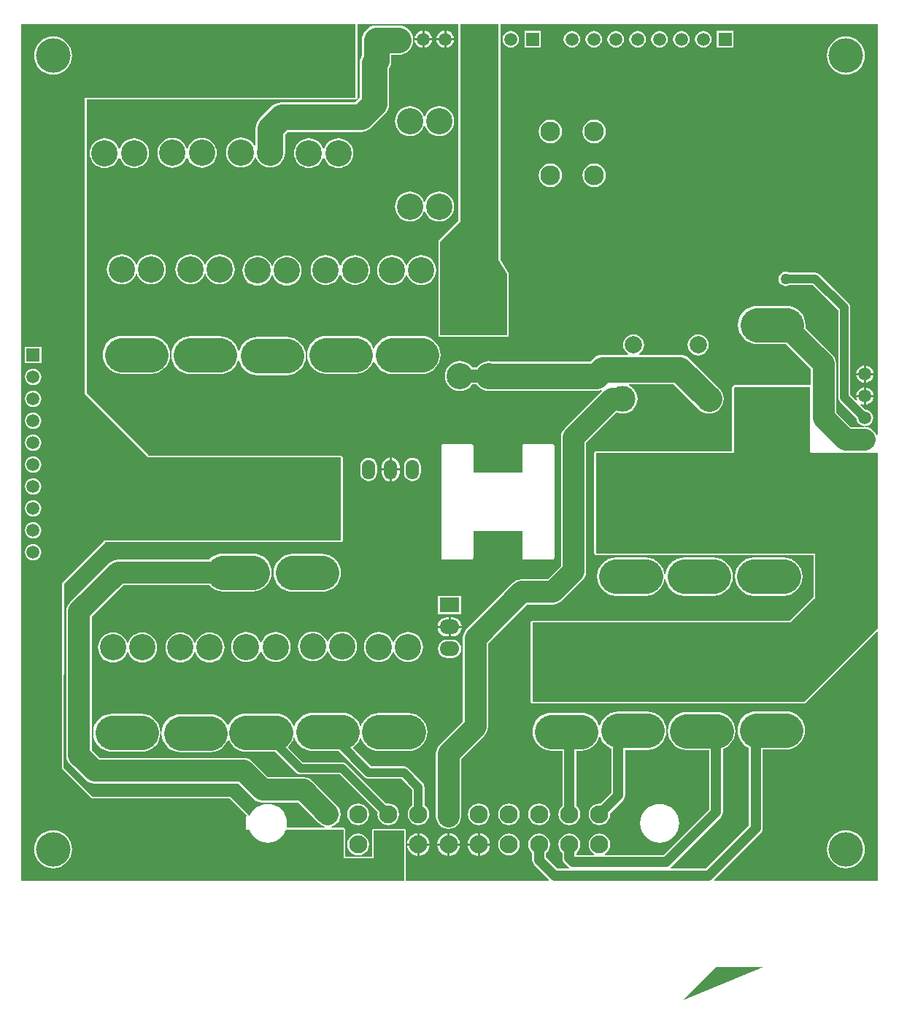
<source format=gbl>
G04*
G04 #@! TF.GenerationSoftware,Altium Limited,Altium Designer,18.0.11 (651)*
G04*
G04 Layer_Physical_Order=4*
G04 Layer_Color=16711680*
%FSLAX44Y44*%
%MOMM*%
G71*
G01*
G75*
%ADD47C,4.0000*%
%ADD48C,1.0000*%
%ADD50C,3.0000*%
%ADD51C,2.5400*%
%ADD54C,1.2000*%
%ADD56C,1.5000*%
%ADD57R,1.5000X1.5000*%
%ADD58C,1.5000*%
%ADD59C,2.1000*%
%ADD60C,3.0480*%
%ADD61C,2.0000*%
%ADD62C,3.0000*%
%ADD63C,2.3000*%
%ADD64R,1.5000X1.5000*%
%ADD65O,2.2860X1.7000*%
%ADD66R,2.2860X1.7000*%
%ADD67O,1.5240X2.2860*%
%ADD68C,4.0000*%
%ADD69C,1.2700*%
%ADD70C,2.5000*%
G36*
X1065000Y1484680D02*
X1074928Y1469000D01*
Y1398016D01*
X997000Y1398016D01*
X997000Y1506000D01*
X1020340Y1529340D01*
X1020340Y1758666D01*
X1065000D01*
X1065000Y1484680D01*
D02*
G37*
G36*
X1504666Y1282402D02*
X1503396Y1282150D01*
X1502666Y1283913D01*
X1500341Y1286942D01*
X1497313Y1289266D01*
X1493785Y1290727D01*
X1490599Y1291146D01*
X1490334Y1291181D01*
Y1292462D01*
X1490651Y1292504D01*
X1492480Y1292745D01*
X1494791Y1293702D01*
X1496775Y1295225D01*
X1498298Y1297209D01*
X1499255Y1299520D01*
X1499582Y1302000D01*
X1499255Y1304480D01*
X1498298Y1306791D01*
X1496775Y1308775D01*
X1494791Y1310298D01*
X1492480Y1311255D01*
X1490464Y1311521D01*
X1484583Y1317402D01*
X1485302Y1318479D01*
X1487379Y1317618D01*
X1488730Y1317441D01*
Y1326130D01*
X1480041D01*
X1480218Y1324779D01*
X1481079Y1322702D01*
X1480002Y1321983D01*
X1473060Y1328925D01*
Y1429600D01*
X1472820Y1431427D01*
X1472115Y1433130D01*
X1470992Y1434592D01*
X1437298Y1468286D01*
X1435836Y1469409D01*
X1434133Y1470114D01*
X1432306Y1470354D01*
X1402531D01*
X1402227Y1470588D01*
X1400196Y1471429D01*
X1398016Y1471716D01*
X1395836Y1471429D01*
X1393805Y1470588D01*
X1392061Y1469249D01*
X1390722Y1467505D01*
X1389881Y1465474D01*
X1389594Y1463294D01*
X1389881Y1461114D01*
X1390722Y1459083D01*
X1392061Y1457339D01*
X1393805Y1456000D01*
X1395836Y1455159D01*
X1398016Y1454872D01*
X1400196Y1455159D01*
X1402227Y1456000D01*
X1402531Y1456234D01*
X1429382D01*
X1458940Y1426676D01*
Y1326000D01*
X1459180Y1324173D01*
X1459886Y1322470D01*
X1461008Y1321008D01*
X1480479Y1301536D01*
X1480744Y1299520D01*
X1481702Y1297209D01*
X1483224Y1295225D01*
X1485209Y1293702D01*
X1487520Y1292745D01*
X1489095Y1292537D01*
X1489415Y1292495D01*
X1489331Y1291225D01*
X1489064Y1291225D01*
X1473674D01*
X1456625Y1308274D01*
Y1364400D01*
X1456127Y1368185D01*
X1454666Y1371712D01*
X1452341Y1374742D01*
X1420802Y1406281D01*
X1421138Y1409700D01*
X1420714Y1414013D01*
X1419456Y1418160D01*
X1417413Y1421982D01*
X1414664Y1425332D01*
X1411314Y1428081D01*
X1407492Y1430124D01*
X1403345Y1431382D01*
X1399032Y1431806D01*
X1364996D01*
X1360683Y1431382D01*
X1356536Y1430124D01*
X1352714Y1428081D01*
X1349364Y1425332D01*
X1346615Y1421982D01*
X1344572Y1418160D01*
X1343314Y1414013D01*
X1342890Y1409700D01*
X1343314Y1405387D01*
X1344572Y1401240D01*
X1346615Y1397418D01*
X1349364Y1394068D01*
X1352714Y1391319D01*
X1356536Y1389276D01*
X1360683Y1388018D01*
X1364996Y1387594D01*
X1398123D01*
X1427375Y1358342D01*
Y1340898D01*
X1426105Y1340018D01*
X1426000Y1340039D01*
X1339000D01*
X1339000Y1340039D01*
X1338220Y1339884D01*
X1337558Y1339442D01*
X1337558Y1339442D01*
X1336558Y1338442D01*
X1336116Y1337780D01*
X1335961Y1337000D01*
Y1263403D01*
X1178052Y1263403D01*
X1177272Y1263248D01*
X1176610Y1262806D01*
X1176168Y1262144D01*
X1176013Y1261364D01*
X1176013Y1145000D01*
X1176168Y1144220D01*
X1176610Y1143558D01*
X1177272Y1143116D01*
X1178052Y1142961D01*
X1430521Y1142961D01*
Y1094093D01*
X1430475Y1094084D01*
X1429813Y1093642D01*
X1429813Y1093642D01*
X1402978Y1066807D01*
X1104138Y1066807D01*
X1103358Y1066652D01*
X1102696Y1066210D01*
X1102254Y1065548D01*
X1102099Y1064768D01*
Y973074D01*
X1102254Y972294D01*
X1102696Y971632D01*
X1103358Y971190D01*
X1104138Y971035D01*
X1419352Y971035D01*
X1419352Y971035D01*
X1420132Y971190D01*
X1420794Y971632D01*
X1420794Y971632D01*
X1503493Y1054331D01*
X1504666Y1053845D01*
Y765334D01*
X1315751D01*
X1315225Y766604D01*
X1368924Y820302D01*
X1370206Y821973D01*
X1371012Y823920D01*
X1371287Y826008D01*
Y917656D01*
X1398324D01*
X1402637Y918080D01*
X1406784Y919338D01*
X1410606Y921381D01*
X1413956Y924130D01*
X1416705Y927480D01*
X1418748Y931302D01*
X1420006Y935449D01*
X1420430Y939762D01*
X1420006Y944075D01*
X1418748Y948222D01*
X1416705Y952044D01*
X1413956Y955394D01*
X1410606Y958143D01*
X1406784Y960186D01*
X1402637Y961444D01*
X1398324Y961868D01*
X1364288D01*
X1359975Y961444D01*
X1355828Y960186D01*
X1352006Y958143D01*
X1348656Y955394D01*
X1345907Y952044D01*
X1343864Y948222D01*
X1342606Y944075D01*
X1342182Y939762D01*
X1342606Y935449D01*
X1343864Y931302D01*
X1345907Y927480D01*
X1348656Y924130D01*
X1352006Y921381D01*
X1355149Y919701D01*
Y829350D01*
X1305138Y779339D01*
X1264639D01*
X1264208Y780609D01*
X1265292Y781440D01*
X1322950Y839098D01*
X1324232Y840770D01*
X1325038Y842716D01*
X1325313Y844804D01*
Y918366D01*
X1326006Y918576D01*
X1329828Y920619D01*
X1333178Y923368D01*
X1335927Y926718D01*
X1337970Y930540D01*
X1339228Y934687D01*
X1339652Y939000D01*
X1339228Y943313D01*
X1337970Y947460D01*
X1335927Y951282D01*
X1333178Y954632D01*
X1329828Y957381D01*
X1326006Y959424D01*
X1321859Y960682D01*
X1317546Y961106D01*
X1283510D01*
X1279197Y960682D01*
X1275050Y959424D01*
X1271228Y957381D01*
X1267878Y954632D01*
X1265129Y951282D01*
X1263086Y947460D01*
X1261828Y943313D01*
X1261404Y939000D01*
X1261828Y934687D01*
X1263086Y930540D01*
X1265129Y926718D01*
X1267878Y923368D01*
X1271228Y920619D01*
X1275050Y918576D01*
X1279197Y917318D01*
X1283510Y916894D01*
X1309175D01*
Y848146D01*
X1256244Y795215D01*
X1188566D01*
X1188304Y796481D01*
X1190915Y798485D01*
X1192919Y801096D01*
X1194178Y804137D01*
X1194608Y807400D01*
X1194178Y810663D01*
X1192919Y813704D01*
X1190915Y816315D01*
X1188304Y818319D01*
X1185263Y819578D01*
X1182000Y820008D01*
X1178737Y819578D01*
X1175696Y818319D01*
X1173085Y816315D01*
X1171081Y813704D01*
X1169822Y810663D01*
X1169392Y807400D01*
X1169822Y804137D01*
X1171081Y801096D01*
X1173085Y798485D01*
X1175696Y796481D01*
X1175434Y795215D01*
X1155069D01*
Y797836D01*
X1155915Y798485D01*
X1157919Y801096D01*
X1159178Y804137D01*
X1159608Y807400D01*
X1159178Y810663D01*
X1157919Y813704D01*
X1155915Y816315D01*
X1153304Y818319D01*
X1150263Y819578D01*
X1147000Y820008D01*
X1143737Y819578D01*
X1140696Y818319D01*
X1138085Y816315D01*
X1136081Y813704D01*
X1134822Y810663D01*
X1134392Y807400D01*
X1134822Y804137D01*
X1136081Y801096D01*
X1138085Y798485D01*
X1138931Y797836D01*
Y791528D01*
X1139206Y789440D01*
X1140012Y787494D01*
X1141294Y785822D01*
X1145676Y781440D01*
X1146760Y780609D01*
X1146329Y779339D01*
X1133388D01*
X1120069Y792658D01*
Y797836D01*
X1120915Y798485D01*
X1122919Y801096D01*
X1124178Y804137D01*
X1124608Y807400D01*
X1124178Y810663D01*
X1122919Y813704D01*
X1120915Y816315D01*
X1118304Y818319D01*
X1115263Y819578D01*
X1112000Y820008D01*
X1108737Y819578D01*
X1105696Y818319D01*
X1103085Y816315D01*
X1101081Y813704D01*
X1099822Y810663D01*
X1099392Y807400D01*
X1099822Y804137D01*
X1101081Y801096D01*
X1103085Y798485D01*
X1103931Y797836D01*
Y789316D01*
X1104206Y787228D01*
X1105012Y785282D01*
X1106294Y783610D01*
X1123301Y766604D01*
X1122775Y765334D01*
X957587D01*
X957587Y823468D01*
X957432Y824248D01*
X956990Y824910D01*
X956328Y825352D01*
X955548Y825507D01*
X919988Y825507D01*
X919208Y825352D01*
X918546Y824910D01*
X918104Y824248D01*
X917949Y823468D01*
Y793249D01*
X887039D01*
Y824738D01*
X886884Y825518D01*
X886442Y826180D01*
X885780Y826622D01*
X885000Y826777D01*
X870684D01*
X870600Y828047D01*
X870837Y828078D01*
X874413Y829560D01*
X877484Y831916D01*
X879840Y834987D01*
X881322Y838563D01*
X881827Y842400D01*
X881322Y846237D01*
X879840Y849814D01*
X877484Y852884D01*
X849172Y881196D01*
X846102Y883552D01*
X842525Y885034D01*
X838688Y885539D01*
X797352D01*
X779596Y903294D01*
X776525Y905650D01*
X772950Y907132D01*
X769112Y907637D01*
X602280D01*
X592931Y916985D01*
Y1071327D01*
X629616Y1108011D01*
X729230D01*
X729890Y1107206D01*
X733240Y1104457D01*
X737062Y1102414D01*
X741209Y1101156D01*
X745522Y1100732D01*
X779558D01*
X783871Y1101156D01*
X788018Y1102414D01*
X791840Y1104457D01*
X795190Y1107206D01*
X797939Y1110556D01*
X799982Y1114378D01*
X801240Y1118525D01*
X801664Y1122838D01*
X801240Y1127151D01*
X799982Y1131298D01*
X797939Y1135120D01*
X795190Y1138470D01*
X791840Y1141219D01*
X788018Y1143262D01*
X783871Y1144520D01*
X779558Y1144944D01*
X745522D01*
X741209Y1144520D01*
X737062Y1143262D01*
X733240Y1141219D01*
X729890Y1138470D01*
X729230Y1137665D01*
X623474D01*
X619636Y1137160D01*
X616061Y1135678D01*
X612990Y1133322D01*
X567620Y1087952D01*
X565264Y1084881D01*
X563782Y1081305D01*
X563277Y1077468D01*
Y910844D01*
X563782Y907007D01*
X565264Y903431D01*
X567620Y900360D01*
X585654Y882326D01*
X588725Y879970D01*
X592300Y878488D01*
X596138Y877983D01*
X762971D01*
X780726Y860228D01*
X783797Y857872D01*
X787373Y856390D01*
X791210Y855885D01*
X832547D01*
X856516Y831916D01*
X859587Y829560D01*
X863163Y828078D01*
X863400Y828047D01*
X863316Y826777D01*
X820071D01*
X819220Y828047D01*
X819609Y832000D01*
X819174Y836411D01*
X817888Y840652D01*
X815799Y844561D01*
X812987Y847987D01*
X809561Y850799D01*
X805652Y852888D01*
X801411Y854174D01*
X797000Y854609D01*
X792589Y854174D01*
X788348Y852888D01*
X784439Y850799D01*
X781013Y847987D01*
X778201Y844561D01*
X776253Y840915D01*
X775829Y840944D01*
X774991Y841241D01*
X774884Y841780D01*
X774442Y842442D01*
X774442Y842442D01*
X754442Y862442D01*
X753780Y862884D01*
X753000Y863039D01*
X593901D01*
X560106Y896834D01*
X560862Y1110139D01*
X608442Y1157718D01*
X608604Y1157961D01*
X882000D01*
X882780Y1158116D01*
X883442Y1158558D01*
X883884Y1159220D01*
X884039Y1160000D01*
Y1256000D01*
X883884Y1256780D01*
X883442Y1257442D01*
X882780Y1257884D01*
X882000Y1258039D01*
X658941D01*
X587039Y1330601D01*
X587039Y1671059D01*
X898906Y1671059D01*
X899686Y1671214D01*
X900348Y1671656D01*
X900790Y1672318D01*
X900945Y1673098D01*
X900945Y1758666D01*
X1018301D01*
X1018301Y1530185D01*
X995558Y1507442D01*
X995116Y1506780D01*
X994961Y1506000D01*
X994961Y1398016D01*
X995116Y1397236D01*
X995558Y1396574D01*
X996220Y1396132D01*
X997000Y1395977D01*
X1074928Y1395977D01*
X1075708Y1396132D01*
X1076370Y1396574D01*
X1076812Y1397236D01*
X1076967Y1398016D01*
Y1469000D01*
X1076933Y1469173D01*
X1076937Y1469348D01*
X1076856Y1469559D01*
X1076812Y1469780D01*
X1076714Y1469927D01*
X1076651Y1470091D01*
X1067039Y1485271D01*
X1067039Y1758666D01*
X1504666D01*
Y1282402D01*
D02*
G37*
G36*
X1426000Y1263000D02*
X1427000Y1261364D01*
X1504666D01*
Y1058388D01*
X1419352Y973074D01*
X1104138Y973074D01*
Y1064768D01*
X1403823Y1064768D01*
X1431255Y1092200D01*
X1432560D01*
Y1145000D01*
X1178052Y1145000D01*
X1178052Y1261364D01*
X1338000Y1261364D01*
Y1337000D01*
X1339000Y1338000D01*
X1426000D01*
Y1263000D01*
D02*
G37*
G36*
X898906Y1673098D02*
X585000Y1673098D01*
X585000Y1329761D01*
X658091Y1256000D01*
X882000D01*
Y1160000D01*
X607000D01*
Y1159160D01*
X558826Y1110986D01*
X558064Y895993D01*
X593056Y861000D01*
X753000D01*
X773000Y841000D01*
X772000Y840000D01*
Y824738D01*
X775691D01*
X776112Y823348D01*
X778201Y819439D01*
X781013Y816013D01*
X784439Y813201D01*
X788348Y811112D01*
X792589Y809826D01*
X797000Y809391D01*
X801411Y809826D01*
X805652Y811112D01*
X809561Y813201D01*
X812987Y816013D01*
X815799Y819439D01*
X817888Y823348D01*
X818309Y824738D01*
X885000D01*
Y791210D01*
X919988D01*
Y823468D01*
X955548Y823468D01*
X955548Y765334D01*
X511334D01*
Y1758666D01*
X898906D01*
X898906Y1673098D01*
D02*
G37*
G36*
X1279652Y627634D02*
X1317117Y665099D01*
X1372362D01*
X1279652Y627634D01*
D02*
G37*
%LPC*%
G36*
X1004270Y1750959D02*
Y1742270D01*
X1012959D01*
X1012782Y1743621D01*
X1011770Y1746063D01*
X1010161Y1748161D01*
X1008063Y1749770D01*
X1005621Y1750782D01*
X1004270Y1750959D01*
D02*
G37*
G36*
X978870D02*
Y1742270D01*
X987559D01*
X987382Y1743621D01*
X986370Y1746063D01*
X984761Y1748161D01*
X982663Y1749770D01*
X980221Y1750782D01*
X978870Y1750959D01*
D02*
G37*
G36*
X1001730Y1750959D02*
X1000379Y1750782D01*
X997937Y1749770D01*
X995839Y1748161D01*
X994230Y1746063D01*
X993218Y1743621D01*
X993041Y1742270D01*
X1001730D01*
Y1750959D01*
D02*
G37*
G36*
X976330D02*
X974979Y1750782D01*
X972537Y1749770D01*
X970439Y1748161D01*
X968830Y1746063D01*
X967818Y1743621D01*
X967641Y1742270D01*
X976330D01*
Y1750959D01*
D02*
G37*
G36*
X1337300Y1750500D02*
X1318300D01*
Y1731500D01*
X1337300D01*
Y1750500D01*
D02*
G37*
G36*
X1114100D02*
X1095100D01*
Y1731500D01*
X1114100D01*
Y1750500D01*
D02*
G37*
G36*
X1302400Y1750582D02*
X1299920Y1750255D01*
X1297609Y1749298D01*
X1295625Y1747775D01*
X1294102Y1745791D01*
X1293145Y1743480D01*
X1292818Y1741000D01*
X1293145Y1738520D01*
X1294102Y1736209D01*
X1295625Y1734225D01*
X1297609Y1732702D01*
X1299920Y1731745D01*
X1302400Y1731418D01*
X1304880Y1731745D01*
X1307191Y1732702D01*
X1309176Y1734225D01*
X1310698Y1736209D01*
X1311655Y1738520D01*
X1311982Y1741000D01*
X1311655Y1743480D01*
X1310698Y1745791D01*
X1309176Y1747775D01*
X1307191Y1749298D01*
X1304880Y1750255D01*
X1302400Y1750582D01*
D02*
G37*
G36*
X1277000D02*
X1274520Y1750255D01*
X1272209Y1749298D01*
X1270225Y1747775D01*
X1268702Y1745791D01*
X1267745Y1743480D01*
X1267418Y1741000D01*
X1267745Y1738520D01*
X1268702Y1736209D01*
X1270225Y1734225D01*
X1272209Y1732702D01*
X1274520Y1731745D01*
X1277000Y1731418D01*
X1279480Y1731745D01*
X1281791Y1732702D01*
X1283775Y1734225D01*
X1285298Y1736209D01*
X1286255Y1738520D01*
X1286582Y1741000D01*
X1286255Y1743480D01*
X1285298Y1745791D01*
X1283775Y1747775D01*
X1281791Y1749298D01*
X1279480Y1750255D01*
X1277000Y1750582D01*
D02*
G37*
G36*
X1251600D02*
X1249120Y1750255D01*
X1246809Y1749298D01*
X1244825Y1747775D01*
X1243302Y1745791D01*
X1242345Y1743480D01*
X1242018Y1741000D01*
X1242345Y1738520D01*
X1243302Y1736209D01*
X1244825Y1734225D01*
X1246809Y1732702D01*
X1249120Y1731745D01*
X1251600Y1731418D01*
X1254080Y1731745D01*
X1256391Y1732702D01*
X1258375Y1734225D01*
X1259898Y1736209D01*
X1260855Y1738520D01*
X1261182Y1741000D01*
X1260855Y1743480D01*
X1259898Y1745791D01*
X1258375Y1747775D01*
X1256391Y1749298D01*
X1254080Y1750255D01*
X1251600Y1750582D01*
D02*
G37*
G36*
X1226200D02*
X1223720Y1750255D01*
X1221409Y1749298D01*
X1219425Y1747775D01*
X1217902Y1745791D01*
X1216945Y1743480D01*
X1216618Y1741000D01*
X1216945Y1738520D01*
X1217902Y1736209D01*
X1219425Y1734225D01*
X1221409Y1732702D01*
X1223720Y1731745D01*
X1226200Y1731418D01*
X1228680Y1731745D01*
X1230991Y1732702D01*
X1232975Y1734225D01*
X1234498Y1736209D01*
X1235455Y1738520D01*
X1235782Y1741000D01*
X1235455Y1743480D01*
X1234498Y1745791D01*
X1232975Y1747775D01*
X1230991Y1749298D01*
X1228680Y1750255D01*
X1226200Y1750582D01*
D02*
G37*
G36*
X1200800D02*
X1198320Y1750255D01*
X1196009Y1749298D01*
X1194025Y1747775D01*
X1192502Y1745791D01*
X1191545Y1743480D01*
X1191218Y1741000D01*
X1191545Y1738520D01*
X1192502Y1736209D01*
X1194025Y1734225D01*
X1196009Y1732702D01*
X1198320Y1731745D01*
X1200800Y1731418D01*
X1203280Y1731745D01*
X1205591Y1732702D01*
X1207576Y1734225D01*
X1209098Y1736209D01*
X1210055Y1738520D01*
X1210382Y1741000D01*
X1210055Y1743480D01*
X1209098Y1745791D01*
X1207576Y1747775D01*
X1205591Y1749298D01*
X1203280Y1750255D01*
X1200800Y1750582D01*
D02*
G37*
G36*
X1175400D02*
X1172920Y1750255D01*
X1170609Y1749298D01*
X1168625Y1747775D01*
X1167102Y1745791D01*
X1166145Y1743480D01*
X1165818Y1741000D01*
X1166145Y1738520D01*
X1167102Y1736209D01*
X1168625Y1734225D01*
X1170609Y1732702D01*
X1172920Y1731745D01*
X1175400Y1731418D01*
X1177880Y1731745D01*
X1180191Y1732702D01*
X1182176Y1734225D01*
X1183698Y1736209D01*
X1184656Y1738520D01*
X1184982Y1741000D01*
X1184656Y1743480D01*
X1183698Y1745791D01*
X1182176Y1747775D01*
X1180191Y1749298D01*
X1177880Y1750255D01*
X1175400Y1750582D01*
D02*
G37*
G36*
X1150000D02*
X1147520Y1750255D01*
X1145209Y1749298D01*
X1143225Y1747775D01*
X1141702Y1745791D01*
X1140745Y1743480D01*
X1140418Y1741000D01*
X1140745Y1738520D01*
X1141702Y1736209D01*
X1143225Y1734225D01*
X1145209Y1732702D01*
X1147520Y1731745D01*
X1150000Y1731418D01*
X1152480Y1731745D01*
X1154791Y1732702D01*
X1156776Y1734225D01*
X1158298Y1736209D01*
X1159256Y1738520D01*
X1159582Y1741000D01*
X1159256Y1743480D01*
X1158298Y1745791D01*
X1156776Y1747775D01*
X1154791Y1749298D01*
X1152480Y1750255D01*
X1150000Y1750582D01*
D02*
G37*
G36*
X1079200D02*
X1076720Y1750255D01*
X1074409Y1749298D01*
X1072425Y1747775D01*
X1070902Y1745791D01*
X1069945Y1743480D01*
X1069618Y1741000D01*
X1069945Y1738520D01*
X1070902Y1736209D01*
X1072425Y1734225D01*
X1074409Y1732702D01*
X1076720Y1731745D01*
X1079200Y1731418D01*
X1081680Y1731745D01*
X1083991Y1732702D01*
X1085975Y1734225D01*
X1087498Y1736209D01*
X1088456Y1738520D01*
X1088782Y1741000D01*
X1088456Y1743480D01*
X1087498Y1745791D01*
X1085975Y1747775D01*
X1083991Y1749298D01*
X1081680Y1750255D01*
X1079200Y1750582D01*
D02*
G37*
G36*
X1001730Y1739730D02*
X993041D01*
X993218Y1738379D01*
X994230Y1735937D01*
X995839Y1733839D01*
X997937Y1732230D01*
X1000379Y1731218D01*
X1001730Y1731041D01*
Y1739730D01*
D02*
G37*
G36*
X976330D02*
X967641D01*
X967818Y1738379D01*
X968830Y1735937D01*
X970439Y1733839D01*
X972537Y1732230D01*
X974979Y1731218D01*
X976330Y1731041D01*
Y1739730D01*
D02*
G37*
G36*
X1012959D02*
X1004270D01*
Y1731041D01*
X1005621Y1731218D01*
X1008063Y1732230D01*
X1010161Y1733839D01*
X1011770Y1735937D01*
X1012782Y1738379D01*
X1012959Y1739730D01*
D02*
G37*
G36*
X987559D02*
X978870D01*
Y1731041D01*
X980221Y1731218D01*
X982663Y1732230D01*
X984761Y1733839D01*
X986370Y1735937D01*
X987382Y1738379D01*
X987559Y1739730D01*
D02*
G37*
G36*
X1468000Y1744106D02*
X1463687Y1743682D01*
X1459540Y1742424D01*
X1455718Y1740381D01*
X1452368Y1737632D01*
X1449619Y1734282D01*
X1447576Y1730460D01*
X1446318Y1726313D01*
X1445894Y1722000D01*
X1446318Y1717687D01*
X1447576Y1713540D01*
X1449619Y1709718D01*
X1452368Y1706368D01*
X1455718Y1703619D01*
X1459540Y1701576D01*
X1463687Y1700318D01*
X1468000Y1699894D01*
X1472313Y1700318D01*
X1476460Y1701576D01*
X1480282Y1703619D01*
X1483632Y1706368D01*
X1486381Y1709718D01*
X1488424Y1713540D01*
X1489682Y1717687D01*
X1490106Y1722000D01*
X1489682Y1726313D01*
X1488424Y1730460D01*
X1486381Y1734282D01*
X1483632Y1737632D01*
X1480282Y1740381D01*
X1476460Y1742424D01*
X1472313Y1743682D01*
X1468000Y1744106D01*
D02*
G37*
G36*
X996000Y1663383D02*
X992620Y1663051D01*
X989371Y1662065D01*
X986376Y1660464D01*
X983751Y1658309D01*
X981596Y1655684D01*
X979995Y1652689D01*
X979646Y1651537D01*
X978318D01*
X977969Y1652689D01*
X976368Y1655684D01*
X974213Y1658309D01*
X971588Y1660464D01*
X968593Y1662065D01*
X965344Y1663051D01*
X961964Y1663383D01*
X958584Y1663051D01*
X955335Y1662065D01*
X952340Y1660464D01*
X949715Y1658309D01*
X947560Y1655684D01*
X945959Y1652689D01*
X944973Y1649440D01*
X944641Y1646060D01*
X944973Y1642680D01*
X945959Y1639431D01*
X947560Y1636436D01*
X949715Y1633810D01*
X952340Y1631656D01*
X955335Y1630055D01*
X958584Y1629070D01*
X961964Y1628737D01*
X965344Y1629070D01*
X968593Y1630055D01*
X971588Y1631656D01*
X974213Y1633810D01*
X976368Y1636436D01*
X977969Y1639431D01*
X978318Y1640583D01*
X979646D01*
X979995Y1639431D01*
X981596Y1636436D01*
X983751Y1633810D01*
X986376Y1631656D01*
X989371Y1630055D01*
X992620Y1629070D01*
X996000Y1628737D01*
X999380Y1629070D01*
X1002629Y1630055D01*
X1005624Y1631656D01*
X1008250Y1633810D01*
X1010404Y1636436D01*
X1012005Y1639431D01*
X1012990Y1642680D01*
X1013323Y1646060D01*
X1012990Y1649440D01*
X1012005Y1652689D01*
X1010404Y1655684D01*
X1008250Y1658309D01*
X1005624Y1660464D01*
X1002629Y1662065D01*
X999380Y1663051D01*
X996000Y1663383D01*
D02*
G37*
G36*
X1176020Y1647599D02*
X1172496Y1647135D01*
X1169212Y1645774D01*
X1166392Y1643610D01*
X1164228Y1640790D01*
X1162868Y1637506D01*
X1162403Y1633982D01*
X1162868Y1630458D01*
X1164228Y1627174D01*
X1166392Y1624354D01*
X1169212Y1622190D01*
X1172496Y1620829D01*
X1176020Y1620365D01*
X1179544Y1620829D01*
X1182828Y1622190D01*
X1185648Y1624354D01*
X1187812Y1627174D01*
X1189173Y1630458D01*
X1189637Y1633982D01*
X1189173Y1637506D01*
X1187812Y1640790D01*
X1185648Y1643610D01*
X1182828Y1645774D01*
X1179544Y1647135D01*
X1176020Y1647599D01*
D02*
G37*
G36*
X1125220D02*
X1121696Y1647135D01*
X1118412Y1645774D01*
X1115592Y1643610D01*
X1113428Y1640790D01*
X1112067Y1637506D01*
X1111603Y1633982D01*
X1112067Y1630458D01*
X1113428Y1627174D01*
X1115592Y1624354D01*
X1118412Y1622190D01*
X1121696Y1620829D01*
X1125220Y1620365D01*
X1128744Y1620829D01*
X1132028Y1622190D01*
X1134848Y1624354D01*
X1137012Y1627174D01*
X1138372Y1630458D01*
X1138837Y1633982D01*
X1138372Y1637506D01*
X1137012Y1640790D01*
X1134848Y1643610D01*
X1132028Y1645774D01*
X1128744Y1647135D01*
X1125220Y1647599D01*
D02*
G37*
G36*
X949000Y1757082D02*
X923544D01*
X920211Y1756754D01*
X917007Y1755782D01*
X914054Y1754203D01*
X911465Y1752079D01*
X909341Y1749490D01*
X907762Y1746537D01*
X906790Y1743333D01*
X906462Y1740000D01*
Y1722086D01*
X905222Y1719767D01*
X904250Y1716563D01*
X903922Y1713230D01*
Y1673316D01*
X898180Y1667574D01*
X813054D01*
X809721Y1667246D01*
X806517Y1666274D01*
X803564Y1664695D01*
X800975Y1662571D01*
X788021Y1649617D01*
X785897Y1647028D01*
X784318Y1644075D01*
X783346Y1640871D01*
X783018Y1637538D01*
Y1617146D01*
X781748Y1616828D01*
X780468Y1619222D01*
X778314Y1621848D01*
X775688Y1624002D01*
X772693Y1625603D01*
X769444Y1626588D01*
X766064Y1626921D01*
X762684Y1626588D01*
X759435Y1625603D01*
X756440Y1624002D01*
X753814Y1621848D01*
X751660Y1619222D01*
X750059Y1616227D01*
X749073Y1612978D01*
X748741Y1609598D01*
X749073Y1606218D01*
X750059Y1602969D01*
X751660Y1599974D01*
X753814Y1597348D01*
X756440Y1595194D01*
X759435Y1593593D01*
X762684Y1592608D01*
X766064Y1592275D01*
X769444Y1592608D01*
X772693Y1593593D01*
X775688Y1595194D01*
X778314Y1597348D01*
X780468Y1599974D01*
X782069Y1602969D01*
X782418Y1604121D01*
X783746D01*
X784095Y1602969D01*
X785696Y1599974D01*
X787850Y1597348D01*
X790476Y1595194D01*
X793471Y1593593D01*
X796720Y1592608D01*
X800100Y1592275D01*
X803480Y1592608D01*
X806729Y1593593D01*
X809724Y1595194D01*
X812349Y1597348D01*
X814504Y1599974D01*
X816105Y1602969D01*
X817091Y1606218D01*
X817423Y1609598D01*
X817182Y1612047D01*
Y1630462D01*
X820130Y1633410D01*
X905256D01*
X908589Y1633738D01*
X911793Y1634710D01*
X914746Y1636289D01*
X917335Y1638413D01*
X933083Y1654161D01*
X935207Y1656750D01*
X936786Y1659703D01*
X937758Y1662907D01*
X938086Y1666240D01*
Y1706914D01*
X939326Y1709233D01*
X940298Y1712437D01*
X940626Y1715770D01*
Y1722918D01*
X949000D01*
X952333Y1723246D01*
X955537Y1724218D01*
X958490Y1725797D01*
X961079Y1727921D01*
X963203Y1730510D01*
X964782Y1733463D01*
X965754Y1736667D01*
X966082Y1740000D01*
X965754Y1743333D01*
X964782Y1746537D01*
X963203Y1749490D01*
X961079Y1752079D01*
X958490Y1754203D01*
X955537Y1755782D01*
X952333Y1756754D01*
X949000Y1757082D01*
D02*
G37*
G36*
X720598Y1626413D02*
X717218Y1626080D01*
X713969Y1625095D01*
X710974Y1623494D01*
X708348Y1621340D01*
X706194Y1618714D01*
X704593Y1615719D01*
X704244Y1614567D01*
X702916D01*
X702567Y1615719D01*
X700966Y1618714D01*
X698811Y1621340D01*
X696186Y1623494D01*
X693191Y1625095D01*
X689942Y1626080D01*
X686562Y1626413D01*
X683182Y1626080D01*
X679933Y1625095D01*
X676938Y1623494D01*
X674313Y1621340D01*
X672158Y1618714D01*
X670557Y1615719D01*
X669572Y1612470D01*
X669239Y1609090D01*
X669572Y1605710D01*
X670557Y1602461D01*
X672158Y1599466D01*
X674313Y1596841D01*
X676938Y1594686D01*
X679933Y1593085D01*
X683182Y1592099D01*
X686562Y1591767D01*
X689942Y1592099D01*
X693191Y1593085D01*
X696186Y1594686D01*
X698811Y1596841D01*
X700966Y1599466D01*
X702567Y1602461D01*
X702916Y1603613D01*
X704244D01*
X704593Y1602461D01*
X706194Y1599466D01*
X708348Y1596841D01*
X710974Y1594686D01*
X713969Y1593085D01*
X717218Y1592099D01*
X720598Y1591767D01*
X723978Y1592099D01*
X727227Y1593085D01*
X730222Y1594686D01*
X732848Y1596841D01*
X735002Y1599466D01*
X736603Y1602461D01*
X737589Y1605710D01*
X737921Y1609090D01*
X737589Y1612470D01*
X736603Y1615719D01*
X735002Y1618714D01*
X732848Y1621340D01*
X730222Y1623494D01*
X727227Y1625095D01*
X723978Y1626080D01*
X720598Y1626413D01*
D02*
G37*
G36*
X879036Y1626263D02*
X875656Y1625930D01*
X872407Y1624945D01*
X869412Y1623344D01*
X866786Y1621190D01*
X864632Y1618564D01*
X863031Y1615569D01*
X862682Y1614417D01*
X861354D01*
X861005Y1615569D01*
X859404Y1618564D01*
X857250Y1621190D01*
X854624Y1623344D01*
X851629Y1624945D01*
X848380Y1625930D01*
X845000Y1626263D01*
X841620Y1625930D01*
X838371Y1624945D01*
X835376Y1623344D01*
X832750Y1621190D01*
X830596Y1618564D01*
X828995Y1615569D01*
X828009Y1612320D01*
X827677Y1608940D01*
X828009Y1605560D01*
X828995Y1602311D01*
X830596Y1599316D01*
X832750Y1596691D01*
X835376Y1594536D01*
X838371Y1592935D01*
X841620Y1591949D01*
X845000Y1591617D01*
X848380Y1591949D01*
X851629Y1592935D01*
X854624Y1594536D01*
X857250Y1596691D01*
X859404Y1599316D01*
X861005Y1602311D01*
X861354Y1603463D01*
X862682D01*
X863031Y1602311D01*
X864632Y1599316D01*
X866786Y1596691D01*
X869412Y1594536D01*
X872407Y1592935D01*
X875656Y1591949D01*
X879036Y1591617D01*
X882416Y1591949D01*
X885665Y1592935D01*
X888660Y1594536D01*
X891285Y1596691D01*
X893440Y1599316D01*
X895041Y1602311D01*
X896027Y1605560D01*
X896359Y1608940D01*
X896027Y1612320D01*
X895041Y1615569D01*
X893440Y1618564D01*
X891285Y1621190D01*
X888660Y1623344D01*
X885665Y1624945D01*
X882416Y1625930D01*
X879036Y1626263D01*
D02*
G37*
G36*
X642000D02*
X638620Y1625930D01*
X635371Y1624945D01*
X632376Y1623344D01*
X629751Y1621190D01*
X627596Y1618564D01*
X625995Y1615569D01*
X625646Y1614417D01*
X624318D01*
X623969Y1615569D01*
X622368Y1618564D01*
X620214Y1621190D01*
X617588Y1623344D01*
X614593Y1624945D01*
X611344Y1625930D01*
X607964Y1626263D01*
X604584Y1625930D01*
X601335Y1624945D01*
X598340Y1623344D01*
X595714Y1621190D01*
X593560Y1618564D01*
X591959Y1615569D01*
X590974Y1612320D01*
X590641Y1608940D01*
X590974Y1605560D01*
X591959Y1602311D01*
X593560Y1599316D01*
X595714Y1596691D01*
X598340Y1594536D01*
X601335Y1592935D01*
X604584Y1591949D01*
X607964Y1591617D01*
X611344Y1591949D01*
X614593Y1592935D01*
X617588Y1594536D01*
X620214Y1596691D01*
X622368Y1599316D01*
X623969Y1602311D01*
X624318Y1603463D01*
X625646D01*
X625995Y1602311D01*
X627596Y1599316D01*
X629751Y1596691D01*
X632376Y1594536D01*
X635371Y1592935D01*
X638620Y1591949D01*
X642000Y1591617D01*
X645380Y1591949D01*
X648629Y1592935D01*
X651624Y1594536D01*
X654249Y1596691D01*
X656404Y1599316D01*
X658005Y1602311D01*
X658991Y1605560D01*
X659323Y1608940D01*
X658991Y1612320D01*
X658005Y1615569D01*
X656404Y1618564D01*
X654249Y1621190D01*
X651624Y1623344D01*
X648629Y1624945D01*
X645380Y1625930D01*
X642000Y1626263D01*
D02*
G37*
G36*
X1176020Y1596799D02*
X1172496Y1596335D01*
X1169212Y1594974D01*
X1166392Y1592810D01*
X1164228Y1589990D01*
X1162868Y1586706D01*
X1162403Y1583182D01*
X1162868Y1579658D01*
X1164228Y1576374D01*
X1166392Y1573554D01*
X1169212Y1571390D01*
X1172496Y1570029D01*
X1176020Y1569565D01*
X1179544Y1570029D01*
X1182828Y1571390D01*
X1185648Y1573554D01*
X1187812Y1576374D01*
X1189173Y1579658D01*
X1189637Y1583182D01*
X1189173Y1586706D01*
X1187812Y1589990D01*
X1185648Y1592810D01*
X1182828Y1594974D01*
X1179544Y1596335D01*
X1176020Y1596799D01*
D02*
G37*
G36*
X1125220D02*
X1121696Y1596335D01*
X1118412Y1594974D01*
X1115592Y1592810D01*
X1113428Y1589990D01*
X1112067Y1586706D01*
X1111603Y1583182D01*
X1112067Y1579658D01*
X1113428Y1576374D01*
X1115592Y1573554D01*
X1118412Y1571390D01*
X1121696Y1570029D01*
X1125220Y1569565D01*
X1128744Y1570029D01*
X1132028Y1571390D01*
X1134848Y1573554D01*
X1137012Y1576374D01*
X1138372Y1579658D01*
X1138837Y1583182D01*
X1138372Y1586706D01*
X1137012Y1589990D01*
X1134848Y1592810D01*
X1132028Y1594974D01*
X1128744Y1596335D01*
X1125220Y1596799D01*
D02*
G37*
G36*
X996000Y1564323D02*
X992620Y1563990D01*
X989371Y1563005D01*
X986376Y1561404D01*
X983751Y1559250D01*
X981596Y1556624D01*
X979995Y1553629D01*
X979646Y1552477D01*
X978318D01*
X977969Y1553629D01*
X976368Y1556624D01*
X974213Y1559250D01*
X971588Y1561404D01*
X968593Y1563005D01*
X965344Y1563990D01*
X961964Y1564323D01*
X958584Y1563990D01*
X955335Y1563005D01*
X952340Y1561404D01*
X949715Y1559250D01*
X947560Y1556624D01*
X945959Y1553629D01*
X944973Y1550380D01*
X944641Y1547000D01*
X944973Y1543620D01*
X945959Y1540371D01*
X947560Y1537376D01*
X949715Y1534751D01*
X952340Y1532596D01*
X955335Y1530995D01*
X958584Y1530009D01*
X961964Y1529677D01*
X965344Y1530009D01*
X968593Y1530995D01*
X971588Y1532596D01*
X974213Y1534751D01*
X976368Y1537376D01*
X977969Y1540371D01*
X978318Y1541523D01*
X979646D01*
X979995Y1540371D01*
X981596Y1537376D01*
X983751Y1534751D01*
X986376Y1532596D01*
X989371Y1530995D01*
X992620Y1530009D01*
X996000Y1529677D01*
X999380Y1530009D01*
X1002629Y1530995D01*
X1005624Y1532596D01*
X1008250Y1534751D01*
X1010404Y1537376D01*
X1012005Y1540371D01*
X1012990Y1543620D01*
X1013323Y1547000D01*
X1012990Y1550380D01*
X1012005Y1553629D01*
X1010404Y1556624D01*
X1008250Y1559250D01*
X1005624Y1561404D01*
X1002629Y1563005D01*
X999380Y1563990D01*
X996000Y1564323D01*
D02*
G37*
G36*
X741426Y1491539D02*
X738046Y1491207D01*
X734797Y1490221D01*
X731802Y1488620D01*
X729176Y1486465D01*
X727022Y1483840D01*
X725421Y1480845D01*
X725072Y1479693D01*
X723744D01*
X723395Y1480845D01*
X721794Y1483840D01*
X719640Y1486465D01*
X717014Y1488620D01*
X714019Y1490221D01*
X710770Y1491207D01*
X707390Y1491539D01*
X704010Y1491207D01*
X700761Y1490221D01*
X697766Y1488620D01*
X695141Y1486465D01*
X692986Y1483840D01*
X691385Y1480845D01*
X690399Y1477596D01*
X690067Y1474216D01*
X690399Y1470836D01*
X691385Y1467587D01*
X692986Y1464592D01*
X695141Y1461967D01*
X697766Y1459812D01*
X700761Y1458211D01*
X704010Y1457225D01*
X707390Y1456893D01*
X710770Y1457225D01*
X714019Y1458211D01*
X717014Y1459812D01*
X719640Y1461967D01*
X721794Y1464592D01*
X723395Y1467587D01*
X723744Y1468739D01*
X725072D01*
X725421Y1467587D01*
X727022Y1464592D01*
X729176Y1461967D01*
X731802Y1459812D01*
X734797Y1458211D01*
X738046Y1457225D01*
X741426Y1456893D01*
X744806Y1457225D01*
X748055Y1458211D01*
X751050Y1459812D01*
X753676Y1461967D01*
X755830Y1464592D01*
X757431Y1467587D01*
X758417Y1470836D01*
X758749Y1474216D01*
X758417Y1477596D01*
X757431Y1480845D01*
X755830Y1483840D01*
X753676Y1486465D01*
X751050Y1488620D01*
X748055Y1490221D01*
X744806Y1491207D01*
X741426Y1491539D01*
D02*
G37*
G36*
X661670D02*
X658290Y1491207D01*
X655041Y1490221D01*
X652046Y1488620D01*
X649420Y1486465D01*
X647266Y1483840D01*
X645665Y1480845D01*
X645316Y1479693D01*
X643988D01*
X643639Y1480845D01*
X642038Y1483840D01*
X639883Y1486465D01*
X637258Y1488620D01*
X634263Y1490221D01*
X631014Y1491207D01*
X627634Y1491539D01*
X624254Y1491207D01*
X621005Y1490221D01*
X618010Y1488620D01*
X615384Y1486465D01*
X613230Y1483840D01*
X611629Y1480845D01*
X610644Y1477596D01*
X610311Y1474216D01*
X610644Y1470836D01*
X611629Y1467587D01*
X613230Y1464592D01*
X615384Y1461967D01*
X618010Y1459812D01*
X621005Y1458211D01*
X624254Y1457225D01*
X627634Y1456893D01*
X631014Y1457225D01*
X634263Y1458211D01*
X637258Y1459812D01*
X639883Y1461967D01*
X642038Y1464592D01*
X643639Y1467587D01*
X643988Y1468739D01*
X645316D01*
X645665Y1467587D01*
X647266Y1464592D01*
X649420Y1461967D01*
X652046Y1459812D01*
X655041Y1458211D01*
X658290Y1457225D01*
X661670Y1456893D01*
X665050Y1457225D01*
X668299Y1458211D01*
X671294Y1459812D01*
X673920Y1461967D01*
X676074Y1464592D01*
X677675Y1467587D01*
X678661Y1470836D01*
X678993Y1474216D01*
X678661Y1477596D01*
X677675Y1480845D01*
X676074Y1483840D01*
X673920Y1486465D01*
X671294Y1488620D01*
X668299Y1490221D01*
X665050Y1491207D01*
X661670Y1491539D01*
D02*
G37*
G36*
X898398Y1490777D02*
X895018Y1490444D01*
X891769Y1489459D01*
X888774Y1487858D01*
X886149Y1485703D01*
X883994Y1483078D01*
X882393Y1480083D01*
X882044Y1478931D01*
X880716D01*
X880367Y1480083D01*
X878766Y1483078D01*
X876611Y1485703D01*
X873986Y1487858D01*
X870991Y1489459D01*
X867742Y1490444D01*
X864362Y1490777D01*
X860982Y1490444D01*
X857733Y1489459D01*
X854738Y1487858D01*
X852113Y1485703D01*
X849958Y1483078D01*
X848357Y1480083D01*
X847372Y1476834D01*
X847039Y1473454D01*
X847372Y1470074D01*
X848357Y1466825D01*
X849958Y1463830D01*
X852113Y1461205D01*
X854738Y1459050D01*
X857733Y1457449D01*
X860982Y1456463D01*
X864362Y1456131D01*
X867742Y1456463D01*
X870991Y1457449D01*
X873986Y1459050D01*
X876611Y1461205D01*
X878766Y1463830D01*
X880367Y1466825D01*
X880716Y1467977D01*
X882044D01*
X882393Y1466825D01*
X883994Y1463830D01*
X886149Y1461205D01*
X888774Y1459050D01*
X891769Y1457449D01*
X895018Y1456463D01*
X898398Y1456131D01*
X901778Y1456463D01*
X905027Y1457449D01*
X908022Y1459050D01*
X910648Y1461205D01*
X912802Y1463830D01*
X914403Y1466825D01*
X915388Y1470074D01*
X915721Y1473454D01*
X915388Y1476834D01*
X914403Y1480083D01*
X912802Y1483078D01*
X910648Y1485703D01*
X908022Y1487858D01*
X905027Y1489459D01*
X901778Y1490444D01*
X898398Y1490777D01*
D02*
G37*
G36*
X975360Y1490523D02*
X971980Y1490190D01*
X968731Y1489205D01*
X965736Y1487604D01*
X963111Y1485450D01*
X960956Y1482824D01*
X959355Y1479829D01*
X959006Y1478677D01*
X957678D01*
X957329Y1479829D01*
X955728Y1482824D01*
X953574Y1485450D01*
X950948Y1487604D01*
X947953Y1489205D01*
X944704Y1490190D01*
X941324Y1490523D01*
X937944Y1490190D01*
X934695Y1489205D01*
X931700Y1487604D01*
X929074Y1485450D01*
X926920Y1482824D01*
X925319Y1479829D01*
X924333Y1476580D01*
X924001Y1473200D01*
X924333Y1469820D01*
X925319Y1466571D01*
X926920Y1463576D01*
X929074Y1460950D01*
X931700Y1458796D01*
X934695Y1457195D01*
X937944Y1456210D01*
X941324Y1455877D01*
X944704Y1456210D01*
X947953Y1457195D01*
X950948Y1458796D01*
X953574Y1460950D01*
X955728Y1463576D01*
X957329Y1466571D01*
X957678Y1467723D01*
X959006D01*
X959355Y1466571D01*
X960956Y1463576D01*
X963111Y1460950D01*
X965736Y1458796D01*
X968731Y1457195D01*
X971980Y1456210D01*
X975360Y1455877D01*
X978740Y1456210D01*
X981989Y1457195D01*
X984984Y1458796D01*
X987609Y1460950D01*
X989764Y1463576D01*
X991365Y1466571D01*
X992350Y1469820D01*
X992683Y1473200D01*
X992350Y1476580D01*
X991365Y1479829D01*
X989764Y1482824D01*
X987609Y1485450D01*
X984984Y1487604D01*
X981989Y1489205D01*
X978740Y1490190D01*
X975360Y1490523D01*
D02*
G37*
G36*
X819150Y1490015D02*
X815770Y1489682D01*
X812521Y1488697D01*
X809526Y1487096D01*
X806900Y1484942D01*
X804746Y1482316D01*
X803145Y1479321D01*
X802796Y1478169D01*
X801468D01*
X801119Y1479321D01*
X799518Y1482316D01*
X797364Y1484942D01*
X794738Y1487096D01*
X791743Y1488697D01*
X788494Y1489682D01*
X785114Y1490015D01*
X781734Y1489682D01*
X778485Y1488697D01*
X775490Y1487096D01*
X772865Y1484942D01*
X770710Y1482316D01*
X769109Y1479321D01*
X768123Y1476072D01*
X767791Y1472692D01*
X768123Y1469312D01*
X769109Y1466063D01*
X770710Y1463068D01*
X772865Y1460443D01*
X775490Y1458288D01*
X778485Y1456687D01*
X781734Y1455701D01*
X785114Y1455369D01*
X788494Y1455701D01*
X791743Y1456687D01*
X794738Y1458288D01*
X797364Y1460443D01*
X799518Y1463068D01*
X801119Y1466063D01*
X801468Y1467215D01*
X802796D01*
X803145Y1466063D01*
X804746Y1463068D01*
X806900Y1460443D01*
X809526Y1458288D01*
X812521Y1456687D01*
X815770Y1455701D01*
X819150Y1455369D01*
X822530Y1455701D01*
X825779Y1456687D01*
X828774Y1458288D01*
X831400Y1460443D01*
X833554Y1463068D01*
X835155Y1466063D01*
X836141Y1469312D01*
X836473Y1472692D01*
X836141Y1476072D01*
X835155Y1479321D01*
X833554Y1482316D01*
X831400Y1484942D01*
X828774Y1487096D01*
X825779Y1488697D01*
X822530Y1489682D01*
X819150Y1490015D01*
D02*
G37*
G36*
X1221578Y1398652D02*
X1218445Y1398239D01*
X1215526Y1397030D01*
X1213019Y1395107D01*
X1211096Y1392600D01*
X1209887Y1389681D01*
X1209474Y1386548D01*
X1209887Y1383415D01*
X1211096Y1380496D01*
X1213019Y1377990D01*
X1215153Y1376352D01*
X1214722Y1375082D01*
X1185788D01*
X1185788Y1375082D01*
X1184200Y1374926D01*
X1182455Y1374754D01*
X1179251Y1373782D01*
X1176298Y1372203D01*
X1173709Y1370079D01*
X1171230Y1367600D01*
X1056549D01*
X1054100Y1367841D01*
X1050720Y1367509D01*
X1047471Y1366523D01*
X1044476Y1364922D01*
X1041851Y1362767D01*
X1039696Y1360142D01*
X1039673Y1360100D01*
X1034491D01*
X1034468Y1360142D01*
X1032314Y1362767D01*
X1029688Y1364922D01*
X1026693Y1366523D01*
X1023444Y1367509D01*
X1020064Y1367841D01*
X1016684Y1367509D01*
X1013435Y1366523D01*
X1010440Y1364922D01*
X1007814Y1362767D01*
X1005660Y1360142D01*
X1004059Y1357147D01*
X1003074Y1353898D01*
X1002741Y1350518D01*
X1003074Y1347138D01*
X1004059Y1343889D01*
X1005660Y1340894D01*
X1007814Y1338268D01*
X1010440Y1336114D01*
X1013435Y1334513D01*
X1016684Y1333528D01*
X1020064Y1333195D01*
X1023444Y1333528D01*
X1026693Y1334513D01*
X1029688Y1336114D01*
X1032314Y1338268D01*
X1034468Y1340894D01*
X1034491Y1340936D01*
X1039673D01*
X1039696Y1340894D01*
X1041851Y1338268D01*
X1044476Y1336114D01*
X1047471Y1334513D01*
X1050720Y1333528D01*
X1054100Y1333195D01*
X1056549Y1333436D01*
X1178306D01*
X1181639Y1333764D01*
X1183606Y1334361D01*
X1185133Y1333526D01*
X1185178Y1333369D01*
X1141548Y1289740D01*
X1139224Y1286711D01*
X1137763Y1283183D01*
X1137265Y1279398D01*
Y1130262D01*
X1121956Y1114953D01*
X1091692D01*
X1087907Y1114455D01*
X1084380Y1112994D01*
X1081350Y1110669D01*
X1027757Y1057076D01*
X1025432Y1054047D01*
X1023971Y1050519D01*
X1023473Y1046734D01*
Y949922D01*
X996515Y922963D01*
X994190Y919935D01*
X992729Y916407D01*
X992231Y912622D01*
Y839978D01*
X992729Y836193D01*
X994190Y832665D01*
X996515Y829637D01*
X999543Y827312D01*
X1003071Y825851D01*
X1006856Y825353D01*
X1010641Y825851D01*
X1014169Y827312D01*
X1017197Y829637D01*
X1019522Y832665D01*
X1020983Y836193D01*
X1021481Y839978D01*
Y906564D01*
X1048439Y933522D01*
X1050764Y936552D01*
X1052225Y940079D01*
X1052723Y943864D01*
Y1040676D01*
X1097750Y1085703D01*
X1128014D01*
X1131799Y1086201D01*
X1135327Y1087662D01*
X1138355Y1089986D01*
X1162232Y1113863D01*
X1164556Y1116891D01*
X1166017Y1120419D01*
X1166515Y1124204D01*
Y1273340D01*
X1201824Y1308649D01*
X1202541Y1308266D01*
X1205745Y1307294D01*
X1209078Y1306966D01*
X1212411Y1307294D01*
X1215615Y1308266D01*
X1218568Y1309845D01*
X1221157Y1311969D01*
X1223281Y1314558D01*
X1224860Y1317511D01*
X1225832Y1320715D01*
X1226160Y1324048D01*
X1225832Y1327381D01*
X1224860Y1330585D01*
X1223281Y1333538D01*
X1221157Y1336127D01*
X1218568Y1338251D01*
X1215956Y1339648D01*
X1216274Y1340918D01*
X1268050D01*
X1296999Y1311969D01*
X1299588Y1309845D01*
X1302541Y1308266D01*
X1305745Y1307294D01*
X1309078Y1306966D01*
X1312411Y1307294D01*
X1315615Y1308266D01*
X1318568Y1309845D01*
X1321157Y1311969D01*
X1323281Y1314558D01*
X1324860Y1317511D01*
X1325832Y1320715D01*
X1326160Y1324048D01*
X1325832Y1327381D01*
X1324860Y1330585D01*
X1323281Y1333538D01*
X1321157Y1336127D01*
X1287205Y1370079D01*
X1284616Y1372203D01*
X1281663Y1373782D01*
X1278459Y1374754D01*
X1275126Y1375082D01*
X1228434D01*
X1228003Y1376352D01*
X1230136Y1377990D01*
X1232060Y1380496D01*
X1233269Y1383415D01*
X1233682Y1386548D01*
X1233269Y1389681D01*
X1232060Y1392600D01*
X1230136Y1395107D01*
X1227630Y1397030D01*
X1224711Y1398239D01*
X1221578Y1398652D01*
D02*
G37*
G36*
X1296578D02*
X1293445Y1398239D01*
X1290526Y1397030D01*
X1288020Y1395107D01*
X1286096Y1392600D01*
X1284887Y1389681D01*
X1284474Y1386548D01*
X1284887Y1383415D01*
X1286096Y1380496D01*
X1288020Y1377990D01*
X1290526Y1376066D01*
X1293445Y1374857D01*
X1296578Y1374444D01*
X1299711Y1374857D01*
X1302630Y1376066D01*
X1305137Y1377990D01*
X1307060Y1380496D01*
X1308269Y1383415D01*
X1308682Y1386548D01*
X1308269Y1389681D01*
X1307060Y1392600D01*
X1305137Y1395107D01*
X1302630Y1397030D01*
X1299711Y1398239D01*
X1296578Y1398652D01*
D02*
G37*
G36*
X1491270Y1362759D02*
Y1354070D01*
X1499959D01*
X1499782Y1355421D01*
X1498770Y1357863D01*
X1497161Y1359961D01*
X1495063Y1361570D01*
X1492621Y1362582D01*
X1491270Y1362759D01*
D02*
G37*
G36*
X1488730D02*
X1487379Y1362582D01*
X1484937Y1361570D01*
X1482839Y1359961D01*
X1481230Y1357863D01*
X1480218Y1355421D01*
X1480041Y1354070D01*
X1488730D01*
Y1362759D01*
D02*
G37*
G36*
X661670Y1397262D02*
X627634D01*
X623321Y1396838D01*
X619174Y1395580D01*
X615352Y1393537D01*
X612002Y1390788D01*
X609253Y1387438D01*
X607210Y1383616D01*
X605952Y1379469D01*
X605528Y1375156D01*
X605952Y1370843D01*
X607210Y1366696D01*
X609253Y1362874D01*
X612002Y1359524D01*
X615352Y1356775D01*
X619174Y1354732D01*
X623321Y1353474D01*
X627634Y1353050D01*
X661670D01*
X665983Y1353474D01*
X670130Y1354732D01*
X673952Y1356775D01*
X677302Y1359524D01*
X680051Y1362874D01*
X682094Y1366696D01*
X683352Y1370843D01*
X683776Y1375156D01*
X683352Y1379469D01*
X682094Y1383616D01*
X680051Y1387438D01*
X677302Y1390788D01*
X673952Y1393537D01*
X670130Y1395580D01*
X665983Y1396838D01*
X661670Y1397262D01*
D02*
G37*
G36*
X898970Y1397230D02*
X864934D01*
X860621Y1396806D01*
X856474Y1395548D01*
X852652Y1393505D01*
X849302Y1390756D01*
X846553Y1387406D01*
X844510Y1383584D01*
X843252Y1379437D01*
X842828Y1375124D01*
X843252Y1370811D01*
X844510Y1366664D01*
X846553Y1362842D01*
X849302Y1359492D01*
X852652Y1356743D01*
X856474Y1354700D01*
X860621Y1353442D01*
X864934Y1353018D01*
X898970D01*
X903283Y1353442D01*
X907430Y1354700D01*
X911252Y1356743D01*
X914602Y1359492D01*
X917351Y1362842D01*
X919394Y1366664D01*
X919640Y1367475D01*
X920910D01*
X921218Y1366458D01*
X923261Y1362636D01*
X926010Y1359286D01*
X929360Y1356537D01*
X933182Y1354494D01*
X937329Y1353236D01*
X941642Y1352812D01*
X975678D01*
X979991Y1353236D01*
X984138Y1354494D01*
X987960Y1356537D01*
X991310Y1359286D01*
X994059Y1362636D01*
X996102Y1366458D01*
X997360Y1370605D01*
X997784Y1374918D01*
X997360Y1379231D01*
X996102Y1383378D01*
X994059Y1387200D01*
X991310Y1390550D01*
X987960Y1393299D01*
X984138Y1395342D01*
X979991Y1396600D01*
X975678Y1397024D01*
X941642D01*
X937329Y1396600D01*
X933182Y1395342D01*
X929360Y1393299D01*
X926010Y1390550D01*
X923261Y1387200D01*
X921218Y1383378D01*
X920972Y1382567D01*
X919702D01*
X919394Y1383584D01*
X917351Y1387406D01*
X914602Y1390756D01*
X911252Y1393505D01*
X907430Y1395548D01*
X903283Y1396806D01*
X898970Y1397230D01*
D02*
G37*
G36*
X741442Y1396723D02*
X707406D01*
X703093Y1396298D01*
X698946Y1395040D01*
X695124Y1392997D01*
X691774Y1390248D01*
X689025Y1386898D01*
X686982Y1383076D01*
X685724Y1378929D01*
X685300Y1374616D01*
X685724Y1370303D01*
X686982Y1366156D01*
X689025Y1362334D01*
X691774Y1358984D01*
X695124Y1356235D01*
X698946Y1354192D01*
X703093Y1352934D01*
X707406Y1352510D01*
X741442D01*
X745755Y1352934D01*
X749902Y1354192D01*
X753724Y1356235D01*
X757074Y1358984D01*
X759823Y1362334D01*
X761866Y1366156D01*
X762465Y1368132D01*
X763792D01*
X764690Y1365172D01*
X766733Y1361350D01*
X769482Y1358000D01*
X772832Y1355251D01*
X776654Y1353208D01*
X780801Y1351950D01*
X785114Y1351526D01*
X819150D01*
X823463Y1351950D01*
X827610Y1353208D01*
X831432Y1355251D01*
X834782Y1358000D01*
X837531Y1361350D01*
X839574Y1365172D01*
X840832Y1369319D01*
X841256Y1373632D01*
X840832Y1377945D01*
X839574Y1382092D01*
X837531Y1385914D01*
X834782Y1389264D01*
X831432Y1392013D01*
X827610Y1394056D01*
X823463Y1395314D01*
X819150Y1395738D01*
X785114D01*
X780801Y1395314D01*
X776654Y1394056D01*
X772832Y1392013D01*
X769482Y1389264D01*
X766733Y1385914D01*
X764690Y1382092D01*
X764091Y1380116D01*
X762764D01*
X761866Y1383076D01*
X759823Y1386898D01*
X757074Y1390248D01*
X753724Y1392997D01*
X749902Y1395040D01*
X745755Y1396298D01*
X741442Y1396723D01*
D02*
G37*
G36*
X1499959Y1351530D02*
X1491270D01*
Y1342841D01*
X1492621Y1343018D01*
X1495063Y1344030D01*
X1497161Y1345639D01*
X1498770Y1347737D01*
X1499782Y1350179D01*
X1499959Y1351530D01*
D02*
G37*
G36*
X1488730D02*
X1480041D01*
X1480218Y1350179D01*
X1481230Y1347737D01*
X1482839Y1345639D01*
X1484937Y1344030D01*
X1487379Y1343018D01*
X1488730Y1342841D01*
Y1351530D01*
D02*
G37*
G36*
X1491270Y1337359D02*
Y1328670D01*
X1499959D01*
X1499782Y1330021D01*
X1498770Y1332463D01*
X1497161Y1334561D01*
X1495063Y1336170D01*
X1492621Y1337182D01*
X1491270Y1337359D01*
D02*
G37*
G36*
X1488730D02*
X1487379Y1337182D01*
X1484937Y1336170D01*
X1482839Y1334561D01*
X1481230Y1332463D01*
X1480218Y1330021D01*
X1480041Y1328670D01*
X1488730D01*
Y1337359D01*
D02*
G37*
G36*
X1499959Y1326130D02*
X1491270D01*
Y1317441D01*
X1492621Y1317618D01*
X1495063Y1318630D01*
X1497161Y1320239D01*
X1498770Y1322337D01*
X1499782Y1324779D01*
X1499959Y1326130D01*
D02*
G37*
G36*
X941070Y1255950D02*
Y1243330D01*
X950048D01*
Y1245870D01*
X949698Y1248522D01*
X948675Y1250994D01*
X947046Y1253116D01*
X944924Y1254745D01*
X942452Y1255769D01*
X941070Y1255950D01*
D02*
G37*
G36*
X938530D02*
X937148Y1255769D01*
X934676Y1254745D01*
X932554Y1253116D01*
X930925Y1250994D01*
X929902Y1248522D01*
X929552Y1245870D01*
Y1243330D01*
X938530D01*
Y1255950D01*
D02*
G37*
G36*
X1127506Y1271531D02*
X1094486D01*
X1093706Y1271376D01*
X1093044Y1270934D01*
X1092602Y1270272D01*
X1092447Y1269492D01*
Y1238511D01*
X1035565D01*
Y1269492D01*
X1035410Y1270272D01*
X1034968Y1270934D01*
X1034306Y1271376D01*
X1033526Y1271531D01*
X1000506D01*
X999726Y1271376D01*
X999064Y1270934D01*
X998622Y1270272D01*
X998467Y1269492D01*
Y1139952D01*
X998622Y1139172D01*
X999064Y1138510D01*
X999726Y1138068D01*
X1000506Y1137913D01*
X1033526D01*
X1034306Y1138068D01*
X1034968Y1138510D01*
X1035410Y1139172D01*
X1035565Y1139952D01*
Y1170933D01*
X1092447D01*
Y1139952D01*
X1092602Y1139172D01*
X1093044Y1138510D01*
X1093706Y1138068D01*
X1094486Y1137913D01*
X1127506D01*
X1128286Y1138068D01*
X1128948Y1138510D01*
X1129390Y1139172D01*
X1129545Y1139952D01*
Y1269492D01*
X1129390Y1270272D01*
X1128948Y1270934D01*
X1128286Y1271376D01*
X1127506Y1271531D01*
D02*
G37*
G36*
X965200Y1255573D02*
X962689Y1255242D01*
X960349Y1254273D01*
X958339Y1252731D01*
X956797Y1250722D01*
X955828Y1248381D01*
X955497Y1245870D01*
Y1238250D01*
X955828Y1235739D01*
X956797Y1233399D01*
X958339Y1231389D01*
X960349Y1229847D01*
X962689Y1228878D01*
X965200Y1228547D01*
X967711Y1228878D01*
X970051Y1229847D01*
X972061Y1231389D01*
X973603Y1233399D01*
X974572Y1235739D01*
X974903Y1238250D01*
Y1245870D01*
X974572Y1248381D01*
X973603Y1250722D01*
X972061Y1252731D01*
X970051Y1254273D01*
X967711Y1255242D01*
X965200Y1255573D01*
D02*
G37*
G36*
X914400D02*
X911889Y1255242D01*
X909548Y1254273D01*
X907539Y1252731D01*
X905997Y1250722D01*
X905028Y1248381D01*
X904697Y1245870D01*
Y1238250D01*
X905028Y1235739D01*
X905997Y1233399D01*
X907539Y1231389D01*
X909548Y1229847D01*
X911889Y1228878D01*
X914400Y1228547D01*
X916911Y1228878D01*
X919251Y1229847D01*
X921261Y1231389D01*
X922803Y1233399D01*
X923772Y1235739D01*
X924103Y1238250D01*
Y1245870D01*
X923772Y1248381D01*
X922803Y1250722D01*
X921261Y1252731D01*
X919251Y1254273D01*
X916911Y1255242D01*
X914400Y1255573D01*
D02*
G37*
G36*
X950048Y1240790D02*
X941070D01*
Y1228169D01*
X942452Y1228352D01*
X944924Y1229375D01*
X947046Y1231004D01*
X948675Y1233126D01*
X949698Y1235598D01*
X950048Y1238250D01*
Y1240790D01*
D02*
G37*
G36*
X938530D02*
X929552D01*
Y1238250D01*
X929902Y1235598D01*
X930925Y1233126D01*
X932554Y1231004D01*
X934676Y1229375D01*
X937148Y1228352D01*
X938530Y1228169D01*
Y1240790D01*
D02*
G37*
G36*
X1314504Y1140106D02*
X1280468D01*
X1276155Y1139682D01*
X1272008Y1138424D01*
X1268186Y1136381D01*
X1264836Y1133632D01*
X1262087Y1130282D01*
X1260044Y1126460D01*
X1258786Y1122313D01*
X1258624Y1120665D01*
X1257348D01*
X1257186Y1122313D01*
X1255928Y1126460D01*
X1253885Y1130282D01*
X1251136Y1133632D01*
X1247786Y1136381D01*
X1243964Y1138424D01*
X1239817Y1139682D01*
X1235504Y1140106D01*
X1201468D01*
X1197155Y1139682D01*
X1193008Y1138424D01*
X1189186Y1136381D01*
X1185836Y1133632D01*
X1183087Y1130282D01*
X1181044Y1126460D01*
X1179786Y1122313D01*
X1179362Y1118000D01*
X1179786Y1113687D01*
X1181044Y1109540D01*
X1183087Y1105718D01*
X1185836Y1102368D01*
X1189186Y1099619D01*
X1193008Y1097576D01*
X1197155Y1096318D01*
X1201468Y1095894D01*
X1235504D01*
X1239817Y1096318D01*
X1243964Y1097576D01*
X1247786Y1099619D01*
X1251136Y1102368D01*
X1253885Y1105718D01*
X1255928Y1109540D01*
X1257186Y1113687D01*
X1257348Y1115335D01*
X1258624D01*
X1258786Y1113687D01*
X1260044Y1109540D01*
X1262087Y1105718D01*
X1264836Y1102368D01*
X1268186Y1099619D01*
X1272008Y1097576D01*
X1276155Y1096318D01*
X1280468Y1095894D01*
X1314504D01*
X1318817Y1096318D01*
X1322964Y1097576D01*
X1326786Y1099619D01*
X1330136Y1102368D01*
X1332885Y1105718D01*
X1334928Y1109540D01*
X1336186Y1113687D01*
X1336610Y1118000D01*
X1336186Y1122313D01*
X1334928Y1126460D01*
X1332885Y1130282D01*
X1330136Y1133632D01*
X1326786Y1136381D01*
X1322964Y1138424D01*
X1318817Y1139682D01*
X1314504Y1140106D01*
D02*
G37*
G36*
X860044Y1144436D02*
X826008D01*
X821695Y1144012D01*
X817548Y1142754D01*
X813726Y1140711D01*
X810376Y1137962D01*
X807627Y1134612D01*
X805584Y1130790D01*
X804326Y1126643D01*
X803902Y1122330D01*
X804326Y1118017D01*
X805584Y1113870D01*
X807627Y1110048D01*
X810376Y1106698D01*
X813726Y1103949D01*
X817548Y1101906D01*
X821695Y1100648D01*
X826008Y1100224D01*
X860044D01*
X864357Y1100648D01*
X868504Y1101906D01*
X872326Y1103949D01*
X875676Y1106698D01*
X878425Y1110048D01*
X880468Y1113870D01*
X881726Y1118017D01*
X882150Y1122330D01*
X881726Y1126643D01*
X880468Y1130790D01*
X878425Y1134612D01*
X875676Y1137962D01*
X872326Y1140711D01*
X868504Y1142754D01*
X864357Y1144012D01*
X860044Y1144436D01*
D02*
G37*
G36*
X1395504Y1140106D02*
X1361468D01*
X1357155Y1139682D01*
X1353008Y1138424D01*
X1349186Y1136381D01*
X1345836Y1133632D01*
X1343087Y1130282D01*
X1341044Y1126460D01*
X1339786Y1122313D01*
X1339362Y1118000D01*
X1339786Y1113687D01*
X1341044Y1109540D01*
X1343087Y1105718D01*
X1345836Y1102368D01*
X1349186Y1099619D01*
X1353008Y1097576D01*
X1357155Y1096318D01*
X1361468Y1095894D01*
X1395504D01*
X1399817Y1096318D01*
X1403964Y1097576D01*
X1407786Y1099619D01*
X1411136Y1102368D01*
X1413885Y1105718D01*
X1415928Y1109540D01*
X1417186Y1113687D01*
X1417610Y1118000D01*
X1417186Y1122313D01*
X1415928Y1126460D01*
X1413885Y1130282D01*
X1411136Y1133632D01*
X1407786Y1136381D01*
X1403964Y1138424D01*
X1399817Y1139682D01*
X1395504Y1140106D01*
D02*
G37*
G36*
X1021556Y1095588D02*
X994696D01*
Y1074588D01*
X1021556D01*
Y1095588D01*
D02*
G37*
G36*
X1011056Y1070823D02*
X1009396D01*
Y1060958D01*
X1022024D01*
X1021812Y1062570D01*
X1020699Y1065256D01*
X1018930Y1067562D01*
X1016624Y1069331D01*
X1013938Y1070444D01*
X1011056Y1070823D01*
D02*
G37*
G36*
X1006856D02*
X1005196D01*
X1002314Y1070444D01*
X999628Y1069331D01*
X997322Y1067562D01*
X995553Y1065256D01*
X994440Y1062570D01*
X994228Y1060958D01*
X1006856D01*
Y1070823D01*
D02*
G37*
G36*
X1022024Y1058418D02*
X1009396D01*
Y1048553D01*
X1011056D01*
X1013938Y1048932D01*
X1016624Y1050045D01*
X1018930Y1051814D01*
X1020699Y1054120D01*
X1021812Y1056806D01*
X1022024Y1058418D01*
D02*
G37*
G36*
X1006856D02*
X994228D01*
X994440Y1056806D01*
X995553Y1054120D01*
X997322Y1051814D01*
X999628Y1050045D01*
X1002314Y1048932D01*
X1005196Y1048553D01*
X1006856D01*
Y1058418D01*
D02*
G37*
G36*
X883412Y1054405D02*
X880032Y1054072D01*
X876783Y1053087D01*
X873788Y1051486D01*
X871162Y1049332D01*
X869008Y1046706D01*
X867407Y1043711D01*
X867058Y1042559D01*
X865730D01*
X865381Y1043711D01*
X863780Y1046706D01*
X861626Y1049332D01*
X859000Y1051486D01*
X856005Y1053087D01*
X852756Y1054072D01*
X849376Y1054405D01*
X845996Y1054072D01*
X842747Y1053087D01*
X839752Y1051486D01*
X837126Y1049332D01*
X834972Y1046706D01*
X833371Y1043711D01*
X832385Y1040462D01*
X832053Y1037082D01*
X832385Y1033702D01*
X833371Y1030453D01*
X834972Y1027458D01*
X837126Y1024833D01*
X839752Y1022678D01*
X842747Y1021077D01*
X845996Y1020091D01*
X849376Y1019759D01*
X852756Y1020091D01*
X856005Y1021077D01*
X859000Y1022678D01*
X861626Y1024833D01*
X863780Y1027458D01*
X865381Y1030453D01*
X865730Y1031605D01*
X867058D01*
X867407Y1030453D01*
X869008Y1027458D01*
X871162Y1024833D01*
X873788Y1022678D01*
X876783Y1021077D01*
X880032Y1020091D01*
X883412Y1019759D01*
X886792Y1020091D01*
X890041Y1021077D01*
X893036Y1022678D01*
X895661Y1024833D01*
X897816Y1027458D01*
X899417Y1030453D01*
X900403Y1033702D01*
X900735Y1037082D01*
X900403Y1040462D01*
X899417Y1043711D01*
X897816Y1046706D01*
X895661Y1049332D01*
X893036Y1051486D01*
X890041Y1053087D01*
X886792Y1054072D01*
X883412Y1054405D01*
D02*
G37*
G36*
X960120Y1053643D02*
X956740Y1053310D01*
X953491Y1052325D01*
X950496Y1050724D01*
X947870Y1048569D01*
X945716Y1045944D01*
X944115Y1042949D01*
X943766Y1041797D01*
X942438D01*
X942089Y1042949D01*
X940488Y1045944D01*
X938334Y1048569D01*
X935708Y1050724D01*
X932713Y1052325D01*
X929464Y1053310D01*
X926084Y1053643D01*
X922704Y1053310D01*
X919455Y1052325D01*
X916460Y1050724D01*
X913835Y1048569D01*
X911680Y1045944D01*
X910079Y1042949D01*
X909093Y1039700D01*
X908761Y1036320D01*
X909093Y1032940D01*
X910079Y1029691D01*
X911680Y1026696D01*
X913835Y1024071D01*
X916460Y1021916D01*
X919455Y1020315D01*
X922704Y1019330D01*
X926084Y1018997D01*
X929464Y1019330D01*
X932713Y1020315D01*
X935708Y1021916D01*
X938334Y1024071D01*
X940488Y1026696D01*
X942089Y1029691D01*
X942438Y1030843D01*
X943766D01*
X944115Y1029691D01*
X945716Y1026696D01*
X947870Y1024071D01*
X950496Y1021916D01*
X953491Y1020315D01*
X956740Y1019330D01*
X960120Y1018997D01*
X963500Y1019330D01*
X966749Y1020315D01*
X969744Y1021916D01*
X972370Y1024071D01*
X974524Y1026696D01*
X976125Y1029691D01*
X977111Y1032940D01*
X977443Y1036320D01*
X977111Y1039700D01*
X976125Y1042949D01*
X974524Y1045944D01*
X972370Y1048569D01*
X969744Y1050724D01*
X966749Y1052325D01*
X963500Y1053310D01*
X960120Y1053643D01*
D02*
G37*
G36*
X806196D02*
X802816Y1053310D01*
X799567Y1052325D01*
X796572Y1050724D01*
X793947Y1048569D01*
X791792Y1045944D01*
X790191Y1042949D01*
X789842Y1041797D01*
X788514D01*
X788165Y1042949D01*
X786564Y1045944D01*
X784409Y1048569D01*
X781784Y1050724D01*
X778789Y1052325D01*
X775540Y1053310D01*
X772160Y1053643D01*
X768780Y1053310D01*
X765531Y1052325D01*
X762536Y1050724D01*
X759911Y1048569D01*
X757756Y1045944D01*
X756155Y1042949D01*
X755170Y1039700D01*
X754837Y1036320D01*
X755170Y1032940D01*
X756155Y1029691D01*
X757756Y1026696D01*
X759911Y1024071D01*
X762536Y1021916D01*
X765531Y1020315D01*
X768780Y1019330D01*
X772160Y1018997D01*
X775540Y1019330D01*
X778789Y1020315D01*
X781784Y1021916D01*
X784409Y1024071D01*
X786564Y1026696D01*
X788165Y1029691D01*
X788514Y1030843D01*
X789842D01*
X790191Y1029691D01*
X791792Y1026696D01*
X793947Y1024071D01*
X796572Y1021916D01*
X799567Y1020315D01*
X802816Y1019330D01*
X806196Y1018997D01*
X809576Y1019330D01*
X812825Y1020315D01*
X815820Y1021916D01*
X818446Y1024071D01*
X820600Y1026696D01*
X822201Y1029691D01*
X823186Y1032940D01*
X823519Y1036320D01*
X823186Y1039700D01*
X822201Y1042949D01*
X820600Y1045944D01*
X818446Y1048569D01*
X815820Y1050724D01*
X812825Y1052325D01*
X809576Y1053310D01*
X806196Y1053643D01*
D02*
G37*
G36*
X729742Y1053135D02*
X726362Y1052803D01*
X723113Y1051817D01*
X720118Y1050216D01*
X717493Y1048062D01*
X715338Y1045436D01*
X713737Y1042441D01*
X713388Y1041289D01*
X712060D01*
X711711Y1042441D01*
X710110Y1045436D01*
X707955Y1048062D01*
X705330Y1050216D01*
X702335Y1051817D01*
X699086Y1052803D01*
X695706Y1053135D01*
X692326Y1052803D01*
X689077Y1051817D01*
X686082Y1050216D01*
X683456Y1048062D01*
X681302Y1045436D01*
X679701Y1042441D01*
X678716Y1039192D01*
X678383Y1035812D01*
X678716Y1032432D01*
X679701Y1029183D01*
X681302Y1026188D01*
X683456Y1023562D01*
X686082Y1021408D01*
X689077Y1019807D01*
X692326Y1018821D01*
X695706Y1018489D01*
X699086Y1018821D01*
X702335Y1019807D01*
X705330Y1021408D01*
X707955Y1023562D01*
X710110Y1026188D01*
X711711Y1029183D01*
X712060Y1030335D01*
X713388D01*
X713737Y1029183D01*
X715338Y1026188D01*
X717493Y1023562D01*
X720118Y1021408D01*
X723113Y1019807D01*
X726362Y1018821D01*
X729742Y1018489D01*
X733122Y1018821D01*
X736371Y1019807D01*
X739366Y1021408D01*
X741992Y1023562D01*
X744146Y1026188D01*
X745747Y1029183D01*
X746732Y1032432D01*
X747065Y1035812D01*
X746732Y1039192D01*
X745747Y1042441D01*
X744146Y1045436D01*
X741992Y1048062D01*
X739366Y1050216D01*
X736371Y1051817D01*
X733122Y1052803D01*
X729742Y1053135D01*
D02*
G37*
G36*
X651510D02*
X648130Y1052803D01*
X644881Y1051817D01*
X641886Y1050216D01*
X639260Y1048062D01*
X637106Y1045436D01*
X635505Y1042441D01*
X635156Y1041289D01*
X633828D01*
X633479Y1042441D01*
X631878Y1045436D01*
X629724Y1048062D01*
X627098Y1050216D01*
X624103Y1051817D01*
X620854Y1052803D01*
X617474Y1053135D01*
X614094Y1052803D01*
X610845Y1051817D01*
X607850Y1050216D01*
X605224Y1048062D01*
X603070Y1045436D01*
X601469Y1042441D01*
X600484Y1039192D01*
X600151Y1035812D01*
X600484Y1032432D01*
X601469Y1029183D01*
X603070Y1026188D01*
X605224Y1023562D01*
X607850Y1021408D01*
X610845Y1019807D01*
X614094Y1018821D01*
X617474Y1018489D01*
X620854Y1018821D01*
X624103Y1019807D01*
X627098Y1021408D01*
X629724Y1023562D01*
X631878Y1026188D01*
X633479Y1029183D01*
X633828Y1030335D01*
X635156D01*
X635505Y1029183D01*
X637106Y1026188D01*
X639260Y1023562D01*
X641886Y1021408D01*
X644881Y1019807D01*
X648130Y1018821D01*
X651510Y1018489D01*
X654890Y1018821D01*
X658139Y1019807D01*
X661134Y1021408D01*
X663760Y1023562D01*
X665914Y1026188D01*
X667515Y1029183D01*
X668501Y1032432D01*
X668833Y1035812D01*
X668501Y1039192D01*
X667515Y1042441D01*
X665914Y1045436D01*
X663760Y1048062D01*
X661134Y1050216D01*
X658139Y1051817D01*
X654890Y1052803D01*
X651510Y1053135D01*
D02*
G37*
G36*
X1011056Y1044879D02*
X1005196D01*
X1002455Y1044518D01*
X999901Y1043460D01*
X997707Y1041777D01*
X996024Y1039583D01*
X994966Y1037029D01*
X994605Y1034288D01*
X994966Y1031547D01*
X996024Y1028993D01*
X997707Y1026799D01*
X999901Y1025116D01*
X1002455Y1024058D01*
X1005196Y1023697D01*
X1011056D01*
X1013797Y1024058D01*
X1016351Y1025116D01*
X1018545Y1026799D01*
X1020228Y1028993D01*
X1021286Y1031547D01*
X1021647Y1034288D01*
X1021286Y1037029D01*
X1020228Y1039583D01*
X1018545Y1041777D01*
X1016351Y1043460D01*
X1013797Y1044518D01*
X1011056Y1044879D01*
D02*
G37*
G36*
X1237742Y961398D02*
X1203706D01*
X1199393Y960974D01*
X1195246Y959716D01*
X1191424Y957673D01*
X1188074Y954924D01*
X1185325Y951574D01*
X1183282Y947752D01*
X1182626Y945586D01*
X1181298D01*
X1180950Y946736D01*
X1178907Y950558D01*
X1176158Y953908D01*
X1172808Y956657D01*
X1168986Y958700D01*
X1164839Y959958D01*
X1160526Y960382D01*
X1126490D01*
X1122177Y959958D01*
X1118030Y958700D01*
X1114208Y956657D01*
X1110858Y953908D01*
X1108109Y950558D01*
X1106066Y946736D01*
X1104808Y942589D01*
X1104384Y938276D01*
X1104808Y933963D01*
X1106066Y929816D01*
X1108109Y925994D01*
X1110858Y922644D01*
X1114208Y919895D01*
X1118030Y917852D01*
X1122177Y916594D01*
X1126490Y916170D01*
X1138931D01*
Y851964D01*
X1138085Y851315D01*
X1136081Y848704D01*
X1134822Y845663D01*
X1134392Y842400D01*
X1134822Y839137D01*
X1136081Y836096D01*
X1138085Y833485D01*
X1140696Y831481D01*
X1143737Y830222D01*
X1147000Y829792D01*
X1150263Y830222D01*
X1153304Y831481D01*
X1155915Y833485D01*
X1157919Y836096D01*
X1159178Y839137D01*
X1159608Y842400D01*
X1159178Y845663D01*
X1157919Y848704D01*
X1155915Y851315D01*
X1155069Y851964D01*
Y916170D01*
X1160526D01*
X1164839Y916594D01*
X1168986Y917852D01*
X1172808Y919895D01*
X1176158Y922644D01*
X1178907Y925994D01*
X1180950Y929816D01*
X1181607Y931982D01*
X1182934D01*
X1183282Y930832D01*
X1185325Y927010D01*
X1188074Y923660D01*
X1191424Y920911D01*
X1195246Y918868D01*
X1195637Y918750D01*
Y867448D01*
X1183057Y854869D01*
X1182000Y855008D01*
X1178737Y854578D01*
X1175696Y853319D01*
X1173085Y851315D01*
X1171081Y848704D01*
X1169822Y845663D01*
X1169392Y842400D01*
X1169822Y839137D01*
X1171081Y836096D01*
X1173085Y833485D01*
X1175696Y831481D01*
X1178737Y830222D01*
X1182000Y829792D01*
X1185263Y830222D01*
X1188304Y831481D01*
X1190915Y833485D01*
X1192919Y836096D01*
X1194178Y839137D01*
X1194608Y842400D01*
X1194469Y843457D01*
X1209412Y858400D01*
X1210694Y860071D01*
X1211500Y862018D01*
X1211775Y864106D01*
Y917186D01*
X1237742D01*
X1242055Y917610D01*
X1246202Y918868D01*
X1250024Y920911D01*
X1253374Y923660D01*
X1256123Y927010D01*
X1258166Y930832D01*
X1259424Y934979D01*
X1259848Y939292D01*
X1259424Y943605D01*
X1258166Y947752D01*
X1256123Y951574D01*
X1253374Y954924D01*
X1250024Y957673D01*
X1246202Y959716D01*
X1242055Y960974D01*
X1237742Y961398D01*
D02*
G37*
G36*
X883412Y960128D02*
X849376D01*
X845063Y959704D01*
X840916Y958446D01*
X837094Y956403D01*
X833744Y953654D01*
X830995Y950304D01*
X828952Y946482D01*
X828334Y944444D01*
X827007D01*
X826620Y945720D01*
X824577Y949542D01*
X821828Y952892D01*
X818478Y955641D01*
X814656Y957684D01*
X810509Y958942D01*
X806196Y959366D01*
X772160D01*
X767847Y958942D01*
X763700Y957684D01*
X759878Y955641D01*
X756528Y952892D01*
X753779Y949542D01*
X751736Y945720D01*
X751675Y945518D01*
X750312Y945400D01*
X748509Y948774D01*
X745760Y952124D01*
X742410Y954873D01*
X738588Y956916D01*
X734441Y958174D01*
X730128Y958598D01*
X696092D01*
X691779Y958174D01*
X687632Y956916D01*
X683810Y954873D01*
X680460Y952124D01*
X677711Y948774D01*
X675668Y944952D01*
X674410Y940805D01*
X673986Y936492D01*
X674410Y932179D01*
X675668Y928032D01*
X677711Y924210D01*
X680460Y920860D01*
X683810Y918111D01*
X687632Y916068D01*
X691779Y914810D01*
X696092Y914386D01*
X730128D01*
X734441Y914810D01*
X738588Y916068D01*
X742410Y918111D01*
X745760Y920860D01*
X748509Y924210D01*
X750552Y928032D01*
X750613Y928234D01*
X751976Y928352D01*
X753779Y924978D01*
X756528Y921628D01*
X759878Y918879D01*
X763700Y916836D01*
X767847Y915578D01*
X772160Y915154D01*
X805363D01*
X829906Y890612D01*
X831368Y889490D01*
X833071Y888784D01*
X834898Y888544D01*
X880872D01*
X924697Y844718D01*
X924392Y842400D01*
X924822Y839137D01*
X926081Y836096D01*
X928085Y833485D01*
X930696Y831481D01*
X933737Y830222D01*
X937000Y829792D01*
X940263Y830222D01*
X943304Y831481D01*
X945915Y833485D01*
X947919Y836096D01*
X949178Y839137D01*
X949608Y842400D01*
X949178Y845663D01*
X947919Y848704D01*
X945915Y851315D01*
X943304Y853319D01*
X940263Y854578D01*
X937000Y855008D01*
X934682Y854703D01*
X888789Y900596D01*
X887326Y901719D01*
X885623Y902424D01*
X883796Y902664D01*
X837822D01*
X820865Y919621D01*
X820928Y920890D01*
X821828Y921628D01*
X824577Y924978D01*
X826620Y928800D01*
X827238Y930838D01*
X828565D01*
X828952Y929562D01*
X830995Y925740D01*
X833744Y922390D01*
X837094Y919641D01*
X840916Y917598D01*
X845063Y916340D01*
X849376Y915916D01*
X879277D01*
X909408Y885786D01*
X910870Y884663D01*
X912573Y883958D01*
X914400Y883718D01*
X952370D01*
X964940Y871148D01*
Y852738D01*
X963085Y851315D01*
X961081Y848704D01*
X959822Y845663D01*
X959392Y842400D01*
X959822Y839137D01*
X961081Y836096D01*
X963085Y833485D01*
X965696Y831481D01*
X968737Y830222D01*
X972000Y829792D01*
X975263Y830222D01*
X978304Y831481D01*
X980915Y833485D01*
X982919Y836096D01*
X984178Y839137D01*
X984608Y842400D01*
X984178Y845663D01*
X982919Y848704D01*
X980915Y851315D01*
X979060Y852738D01*
Y874072D01*
X978820Y875899D01*
X978114Y877602D01*
X976992Y879064D01*
X960286Y895770D01*
X958824Y896892D01*
X957121Y897598D01*
X955294Y897838D01*
X917325D01*
X896502Y918661D01*
X896586Y920373D01*
X899044Y922390D01*
X901793Y925740D01*
X903836Y929562D01*
X904181Y930699D01*
X905451D01*
X905874Y929302D01*
X907917Y925480D01*
X910666Y922130D01*
X914016Y919381D01*
X917838Y917338D01*
X921985Y916080D01*
X926298Y915656D01*
X960334D01*
X964647Y916080D01*
X968794Y917338D01*
X972616Y919381D01*
X975966Y922130D01*
X978715Y925480D01*
X980758Y929302D01*
X982016Y933449D01*
X982440Y937762D01*
X982016Y942075D01*
X980758Y946222D01*
X978715Y950044D01*
X975966Y953394D01*
X972616Y956143D01*
X968794Y958186D01*
X964647Y959444D01*
X960334Y959868D01*
X926298D01*
X921985Y959444D01*
X917838Y958186D01*
X914016Y956143D01*
X910666Y953394D01*
X907917Y950044D01*
X905874Y946222D01*
X905529Y945085D01*
X904259D01*
X903836Y946482D01*
X901793Y950304D01*
X899044Y953654D01*
X895694Y956403D01*
X891872Y958446D01*
X887725Y959704D01*
X883412Y960128D01*
D02*
G37*
G36*
X650596Y959106D02*
X616560D01*
X612247Y958682D01*
X608100Y957424D01*
X604278Y955381D01*
X600928Y952632D01*
X598179Y949282D01*
X596136Y945460D01*
X594878Y941313D01*
X594454Y937000D01*
X594878Y932687D01*
X596136Y928540D01*
X598179Y924718D01*
X600928Y921368D01*
X604278Y918619D01*
X608100Y916576D01*
X612247Y915318D01*
X616560Y914893D01*
X650596D01*
X654909Y915318D01*
X659056Y916576D01*
X662878Y918619D01*
X666228Y921368D01*
X668977Y924718D01*
X671020Y928540D01*
X672278Y932687D01*
X672702Y937000D01*
X672278Y941313D01*
X671020Y945460D01*
X668977Y949282D01*
X666228Y952632D01*
X662878Y955381D01*
X659056Y957424D01*
X654909Y958682D01*
X650596Y959106D01*
D02*
G37*
G36*
X1112000Y855008D02*
X1108737Y854578D01*
X1105696Y853319D01*
X1103085Y851315D01*
X1101081Y848704D01*
X1099822Y845663D01*
X1099392Y842400D01*
X1099822Y839137D01*
X1101081Y836096D01*
X1103085Y833485D01*
X1105696Y831481D01*
X1108737Y830222D01*
X1112000Y829792D01*
X1115263Y830222D01*
X1118304Y831481D01*
X1120915Y833485D01*
X1122919Y836096D01*
X1124178Y839137D01*
X1124608Y842400D01*
X1124178Y845663D01*
X1122919Y848704D01*
X1120915Y851315D01*
X1118304Y853319D01*
X1115263Y854578D01*
X1112000Y855008D01*
D02*
G37*
G36*
X1077000D02*
X1073737Y854578D01*
X1070696Y853319D01*
X1068085Y851315D01*
X1066081Y848704D01*
X1064822Y845663D01*
X1064392Y842400D01*
X1064822Y839137D01*
X1066081Y836096D01*
X1068085Y833485D01*
X1070696Y831481D01*
X1073737Y830222D01*
X1077000Y829792D01*
X1080263Y830222D01*
X1083304Y831481D01*
X1085915Y833485D01*
X1087919Y836096D01*
X1089178Y839137D01*
X1089608Y842400D01*
X1089178Y845663D01*
X1087919Y848704D01*
X1085915Y851315D01*
X1083304Y853319D01*
X1080263Y854578D01*
X1077000Y855008D01*
D02*
G37*
G36*
X1042000D02*
X1038737Y854578D01*
X1035696Y853319D01*
X1033085Y851315D01*
X1031081Y848704D01*
X1029822Y845663D01*
X1029392Y842400D01*
X1029822Y839137D01*
X1031081Y836096D01*
X1033085Y833485D01*
X1035696Y831481D01*
X1038737Y830222D01*
X1042000Y829792D01*
X1045263Y830222D01*
X1048304Y831481D01*
X1050915Y833485D01*
X1052919Y836096D01*
X1054178Y839137D01*
X1054608Y842400D01*
X1054178Y845663D01*
X1052919Y848704D01*
X1050915Y851315D01*
X1048304Y853319D01*
X1045263Y854578D01*
X1042000Y855008D01*
D02*
G37*
G36*
X902000D02*
X898737Y854578D01*
X895696Y853319D01*
X893085Y851315D01*
X891081Y848704D01*
X889822Y845663D01*
X889392Y842400D01*
X889822Y839137D01*
X891081Y836096D01*
X893085Y833485D01*
X895696Y831481D01*
X898737Y830222D01*
X902000Y829792D01*
X905263Y830222D01*
X908304Y831481D01*
X910915Y833485D01*
X912919Y836096D01*
X914178Y839137D01*
X914608Y842400D01*
X914178Y845663D01*
X912919Y848704D01*
X910915Y851315D01*
X908304Y853319D01*
X905263Y854578D01*
X902000Y855008D01*
D02*
G37*
G36*
X1252000Y854609D02*
X1247589Y854174D01*
X1243348Y852888D01*
X1239439Y850799D01*
X1236013Y847987D01*
X1233201Y844561D01*
X1231112Y840652D01*
X1229826Y836411D01*
X1229391Y832000D01*
X1229826Y827589D01*
X1231112Y823348D01*
X1233201Y819439D01*
X1236013Y816013D01*
X1239439Y813201D01*
X1243348Y811112D01*
X1247589Y809826D01*
X1252000Y809391D01*
X1256411Y809826D01*
X1260652Y811112D01*
X1264561Y813201D01*
X1267987Y816013D01*
X1270799Y819439D01*
X1272888Y823348D01*
X1274174Y827589D01*
X1274609Y832000D01*
X1274174Y836411D01*
X1272888Y840652D01*
X1270799Y844561D01*
X1267987Y847987D01*
X1264561Y850799D01*
X1260652Y852888D01*
X1256411Y854174D01*
X1252000Y854609D01*
D02*
G37*
G36*
X1043270Y820385D02*
Y808670D01*
X1054985D01*
X1054704Y810804D01*
X1053391Y813976D01*
X1051300Y816700D01*
X1048576Y818790D01*
X1045404Y820104D01*
X1043270Y820385D01*
D02*
G37*
G36*
X1040730D02*
X1038596Y820104D01*
X1035424Y818790D01*
X1032700Y816700D01*
X1030610Y813976D01*
X1029296Y810804D01*
X1029015Y808670D01*
X1040730D01*
Y820385D01*
D02*
G37*
G36*
X1008270D02*
Y808670D01*
X1019985D01*
X1019704Y810804D01*
X1018390Y813976D01*
X1016300Y816700D01*
X1013576Y818790D01*
X1010404Y820104D01*
X1008270Y820385D01*
D02*
G37*
G36*
X1005730D02*
X1003596Y820104D01*
X1000424Y818790D01*
X997700Y816700D01*
X995610Y813976D01*
X994296Y810804D01*
X994015Y808670D01*
X1005730D01*
Y820385D01*
D02*
G37*
G36*
X973270D02*
Y808670D01*
X984985D01*
X984704Y810804D01*
X983390Y813976D01*
X981300Y816700D01*
X978576Y818790D01*
X975404Y820104D01*
X973270Y820385D01*
D02*
G37*
G36*
X970730D02*
X968596Y820104D01*
X965424Y818790D01*
X962700Y816700D01*
X960610Y813976D01*
X959296Y810804D01*
X959015Y808670D01*
X970730D01*
Y820385D01*
D02*
G37*
G36*
X1077000Y820008D02*
X1073737Y819578D01*
X1070696Y818319D01*
X1068085Y816315D01*
X1066081Y813704D01*
X1064822Y810663D01*
X1064392Y807400D01*
X1064822Y804137D01*
X1066081Y801096D01*
X1068085Y798485D01*
X1070696Y796481D01*
X1073737Y795222D01*
X1077000Y794792D01*
X1080263Y795222D01*
X1083304Y796481D01*
X1085915Y798485D01*
X1087919Y801096D01*
X1089178Y804137D01*
X1089608Y807400D01*
X1089178Y810663D01*
X1087919Y813704D01*
X1085915Y816315D01*
X1083304Y818319D01*
X1080263Y819578D01*
X1077000Y820008D01*
D02*
G37*
G36*
X902000D02*
X898737Y819578D01*
X895696Y818319D01*
X893085Y816315D01*
X891081Y813704D01*
X889822Y810663D01*
X889392Y807400D01*
X889822Y804137D01*
X891081Y801096D01*
X893085Y798485D01*
X895696Y796481D01*
X898737Y795222D01*
X902000Y794792D01*
X905263Y795222D01*
X908304Y796481D01*
X910915Y798485D01*
X912919Y801096D01*
X914178Y804137D01*
X914608Y807400D01*
X914178Y810663D01*
X912919Y813704D01*
X910915Y816315D01*
X908304Y818319D01*
X905263Y819578D01*
X902000Y820008D01*
D02*
G37*
G36*
X1054985Y806130D02*
X1043270D01*
Y794415D01*
X1045404Y794696D01*
X1048576Y796010D01*
X1051300Y798100D01*
X1053391Y800824D01*
X1054704Y803996D01*
X1054985Y806130D01*
D02*
G37*
G36*
X1040730D02*
X1029015D01*
X1029296Y803996D01*
X1030610Y800824D01*
X1032700Y798100D01*
X1035424Y796010D01*
X1038596Y794696D01*
X1040730Y794415D01*
Y806130D01*
D02*
G37*
G36*
X1019985D02*
X1008270D01*
Y794415D01*
X1010404Y794696D01*
X1013576Y796010D01*
X1016300Y798100D01*
X1018390Y800824D01*
X1019704Y803996D01*
X1019985Y806130D01*
D02*
G37*
G36*
X1005730D02*
X994015D01*
X994296Y803996D01*
X995610Y800824D01*
X997700Y798100D01*
X1000424Y796010D01*
X1003596Y794696D01*
X1005730Y794415D01*
Y806130D01*
D02*
G37*
G36*
X984985D02*
X973270D01*
Y794415D01*
X975404Y794696D01*
X978576Y796010D01*
X981300Y798100D01*
X983390Y800824D01*
X984704Y803996D01*
X984985Y806130D01*
D02*
G37*
G36*
X970730D02*
X959015D01*
X959296Y803996D01*
X960610Y800824D01*
X962700Y798100D01*
X965424Y796010D01*
X968596Y794696D01*
X970730Y794415D01*
Y806130D01*
D02*
G37*
G36*
X1468000Y824106D02*
X1463687Y823682D01*
X1459540Y822424D01*
X1455718Y820381D01*
X1452368Y817632D01*
X1449619Y814282D01*
X1447576Y810460D01*
X1446318Y806313D01*
X1445894Y802000D01*
X1446318Y797687D01*
X1447576Y793540D01*
X1449619Y789718D01*
X1452368Y786368D01*
X1455718Y783619D01*
X1459540Y781576D01*
X1463687Y780318D01*
X1468000Y779894D01*
X1472313Y780318D01*
X1476460Y781576D01*
X1480282Y783619D01*
X1483632Y786368D01*
X1486381Y789718D01*
X1488424Y793540D01*
X1489682Y797687D01*
X1490106Y802000D01*
X1489682Y806313D01*
X1488424Y810460D01*
X1486381Y814282D01*
X1483632Y817632D01*
X1480282Y820381D01*
X1476460Y822424D01*
X1472313Y823682D01*
X1468000Y824106D01*
D02*
G37*
G36*
X548000Y1744106D02*
X543687Y1743682D01*
X539540Y1742424D01*
X535718Y1740381D01*
X532368Y1737632D01*
X529619Y1734282D01*
X527576Y1730460D01*
X526318Y1726313D01*
X525894Y1722000D01*
X526318Y1717687D01*
X527576Y1713540D01*
X529619Y1709718D01*
X532368Y1706368D01*
X535718Y1703619D01*
X539540Y1701576D01*
X543687Y1700318D01*
X548000Y1699894D01*
X552313Y1700318D01*
X556460Y1701576D01*
X560282Y1703619D01*
X563632Y1706368D01*
X566381Y1709718D01*
X568424Y1713540D01*
X569682Y1717687D01*
X570106Y1722000D01*
X569682Y1726313D01*
X568424Y1730460D01*
X566381Y1734282D01*
X563632Y1737632D01*
X560282Y1740381D01*
X556460Y1742424D01*
X552313Y1743682D01*
X548000Y1744106D01*
D02*
G37*
G36*
X534500Y1384500D02*
X515500D01*
Y1365500D01*
X534500D01*
Y1384500D01*
D02*
G37*
G36*
X525000Y1359182D02*
X522520Y1358855D01*
X520209Y1357898D01*
X518224Y1356375D01*
X516702Y1354391D01*
X515745Y1352080D01*
X515418Y1349600D01*
X515745Y1347120D01*
X516702Y1344809D01*
X518224Y1342825D01*
X520209Y1341302D01*
X522520Y1340345D01*
X525000Y1340018D01*
X527480Y1340345D01*
X529791Y1341302D01*
X531775Y1342825D01*
X533298Y1344809D01*
X534255Y1347120D01*
X534582Y1349600D01*
X534255Y1352080D01*
X533298Y1354391D01*
X531775Y1356375D01*
X529791Y1357898D01*
X527480Y1358855D01*
X525000Y1359182D01*
D02*
G37*
G36*
Y1333782D02*
X522520Y1333455D01*
X520209Y1332498D01*
X518224Y1330975D01*
X516702Y1328991D01*
X515745Y1326680D01*
X515418Y1324200D01*
X515745Y1321720D01*
X516702Y1319409D01*
X518224Y1317424D01*
X520209Y1315902D01*
X522520Y1314944D01*
X525000Y1314618D01*
X527480Y1314944D01*
X529791Y1315902D01*
X531775Y1317424D01*
X533298Y1319409D01*
X534255Y1321720D01*
X534582Y1324200D01*
X534255Y1326680D01*
X533298Y1328991D01*
X531775Y1330975D01*
X529791Y1332498D01*
X527480Y1333455D01*
X525000Y1333782D01*
D02*
G37*
G36*
Y1308382D02*
X522520Y1308055D01*
X520209Y1307098D01*
X518224Y1305575D01*
X516702Y1303591D01*
X515745Y1301280D01*
X515418Y1298800D01*
X515745Y1296320D01*
X516702Y1294009D01*
X518224Y1292025D01*
X520209Y1290502D01*
X522520Y1289545D01*
X525000Y1289218D01*
X527480Y1289545D01*
X529791Y1290502D01*
X531775Y1292025D01*
X533298Y1294009D01*
X534255Y1296320D01*
X534582Y1298800D01*
X534255Y1301280D01*
X533298Y1303591D01*
X531775Y1305575D01*
X529791Y1307098D01*
X527480Y1308055D01*
X525000Y1308382D01*
D02*
G37*
G36*
Y1282982D02*
X522520Y1282655D01*
X520209Y1281698D01*
X518224Y1280175D01*
X516702Y1278191D01*
X515745Y1275880D01*
X515418Y1273400D01*
X515745Y1270920D01*
X516702Y1268609D01*
X518224Y1266625D01*
X520209Y1265102D01*
X522520Y1264145D01*
X525000Y1263818D01*
X527480Y1264145D01*
X529791Y1265102D01*
X531775Y1266625D01*
X533298Y1268609D01*
X534255Y1270920D01*
X534582Y1273400D01*
X534255Y1275880D01*
X533298Y1278191D01*
X531775Y1280175D01*
X529791Y1281698D01*
X527480Y1282655D01*
X525000Y1282982D01*
D02*
G37*
G36*
Y1257582D02*
X522520Y1257255D01*
X520209Y1256298D01*
X518224Y1254775D01*
X516702Y1252791D01*
X515745Y1250480D01*
X515418Y1248000D01*
X515745Y1245520D01*
X516702Y1243209D01*
X518224Y1241225D01*
X520209Y1239702D01*
X522520Y1238745D01*
X525000Y1238418D01*
X527480Y1238745D01*
X529791Y1239702D01*
X531775Y1241225D01*
X533298Y1243209D01*
X534255Y1245520D01*
X534582Y1248000D01*
X534255Y1250480D01*
X533298Y1252791D01*
X531775Y1254775D01*
X529791Y1256298D01*
X527480Y1257255D01*
X525000Y1257582D01*
D02*
G37*
G36*
Y1232182D02*
X522520Y1231855D01*
X520209Y1230898D01*
X518224Y1229375D01*
X516702Y1227391D01*
X515745Y1225080D01*
X515418Y1222600D01*
X515745Y1220120D01*
X516702Y1217809D01*
X518224Y1215825D01*
X520209Y1214302D01*
X522520Y1213344D01*
X525000Y1213018D01*
X527480Y1213344D01*
X529791Y1214302D01*
X531775Y1215825D01*
X533298Y1217809D01*
X534255Y1220120D01*
X534582Y1222600D01*
X534255Y1225080D01*
X533298Y1227391D01*
X531775Y1229375D01*
X529791Y1230898D01*
X527480Y1231855D01*
X525000Y1232182D01*
D02*
G37*
G36*
Y1206782D02*
X522520Y1206455D01*
X520209Y1205498D01*
X518224Y1203975D01*
X516702Y1201991D01*
X515745Y1199680D01*
X515418Y1197200D01*
X515745Y1194720D01*
X516702Y1192409D01*
X518224Y1190424D01*
X520209Y1188902D01*
X522520Y1187944D01*
X525000Y1187618D01*
X527480Y1187944D01*
X529791Y1188902D01*
X531775Y1190424D01*
X533298Y1192409D01*
X534255Y1194720D01*
X534582Y1197200D01*
X534255Y1199680D01*
X533298Y1201991D01*
X531775Y1203975D01*
X529791Y1205498D01*
X527480Y1206455D01*
X525000Y1206782D01*
D02*
G37*
G36*
Y1181382D02*
X522520Y1181055D01*
X520209Y1180098D01*
X518224Y1178575D01*
X516702Y1176591D01*
X515745Y1174280D01*
X515418Y1171800D01*
X515745Y1169320D01*
X516702Y1167009D01*
X518224Y1165024D01*
X520209Y1163502D01*
X522520Y1162544D01*
X525000Y1162218D01*
X527480Y1162544D01*
X529791Y1163502D01*
X531775Y1165024D01*
X533298Y1167009D01*
X534255Y1169320D01*
X534582Y1171800D01*
X534255Y1174280D01*
X533298Y1176591D01*
X531775Y1178575D01*
X529791Y1180098D01*
X527480Y1181055D01*
X525000Y1181382D01*
D02*
G37*
G36*
Y1155982D02*
X522520Y1155655D01*
X520209Y1154698D01*
X518224Y1153175D01*
X516702Y1151191D01*
X515745Y1148880D01*
X515418Y1146400D01*
X515745Y1143920D01*
X516702Y1141609D01*
X518224Y1139624D01*
X520209Y1138102D01*
X522520Y1137144D01*
X525000Y1136818D01*
X527480Y1137144D01*
X529791Y1138102D01*
X531775Y1139624D01*
X533298Y1141609D01*
X534255Y1143920D01*
X534582Y1146400D01*
X534255Y1148880D01*
X533298Y1151191D01*
X531775Y1153175D01*
X529791Y1154698D01*
X527480Y1155655D01*
X525000Y1155982D01*
D02*
G37*
G36*
X548000Y824106D02*
X543687Y823682D01*
X539540Y822424D01*
X535718Y820381D01*
X532368Y817632D01*
X529619Y814282D01*
X527576Y810460D01*
X526318Y806313D01*
X525894Y802000D01*
X526318Y797687D01*
X527576Y793540D01*
X529619Y789718D01*
X532368Y786368D01*
X535718Y783619D01*
X539540Y781576D01*
X543687Y780318D01*
X548000Y779894D01*
X552313Y780318D01*
X556460Y781576D01*
X560282Y783619D01*
X563632Y786368D01*
X566381Y789718D01*
X568424Y793540D01*
X569682Y797687D01*
X570106Y802000D01*
X569682Y806313D01*
X568424Y810460D01*
X566381Y814282D01*
X563632Y817632D01*
X560282Y820381D01*
X556460Y822424D01*
X552313Y823682D01*
X548000Y824106D01*
D02*
G37*
%LPD*%
D47*
X1364288Y939762D02*
X1398324D01*
X1396700Y1409700D02*
X1399032D01*
X1364996D02*
X1396700D01*
X627634Y1375156D02*
X661670D01*
X745522Y1122838D02*
X779558D01*
X1126490Y938276D02*
X1160526D01*
X826008Y1122330D02*
X860044D01*
X926298Y937762D02*
X960334D01*
X772160Y937260D02*
X806196D01*
X875978Y938022D02*
X883412D01*
X849376D02*
X875978D01*
X1283510Y939000D02*
X1317546D01*
X941642Y1374918D02*
X975678D01*
X864934Y1375124D02*
X898970D01*
X707406Y1374616D02*
X741442D01*
X1361468Y1118000D02*
X1395504D01*
X1280468D02*
X1314504D01*
X1201468D02*
X1235504D01*
X1203706Y939292D02*
X1237742D01*
X616560Y937000D02*
X650596D01*
X696092Y936492D02*
X730128D01*
X785114Y1373632D02*
X819150D01*
D48*
X1432306Y1463294D02*
X1466000Y1429600D01*
Y1326000D02*
Y1429600D01*
Y1326000D02*
X1490000Y1302000D01*
X798830Y931672D02*
X834898Y895604D01*
X875978Y938022D02*
X878586Y935414D01*
Y926592D02*
Y935414D01*
Y926592D02*
X914400Y890778D01*
X798830Y936330D02*
X799500Y937000D01*
X883796Y895604D02*
X937000Y842400D01*
X834898Y895604D02*
X883796D01*
X798830Y931672D02*
Y936330D01*
X972000Y842400D02*
Y874072D01*
X955294Y890778D02*
X972000Y874072D01*
X914400Y890778D02*
X955294D01*
X1398016Y1463294D02*
X1432306D01*
D50*
X813054Y1650492D02*
X905256D01*
X800100Y1637538D02*
X813054Y1650492D01*
X905256D02*
X921004Y1666240D01*
X923544Y1740000D02*
X949000D01*
X923544Y1715770D02*
Y1740000D01*
X1275126Y1358000D02*
X1309078Y1324048D01*
X1185788Y1358000D02*
X1275126D01*
X1178306Y1350518D02*
X1185788Y1358000D01*
X1054100Y1350518D02*
X1178306D01*
X921004Y1713230D02*
X923544Y1715770D01*
X921004Y1666240D02*
Y1713230D01*
X800100Y1609598D02*
Y1637538D01*
D51*
X578104Y1077468D02*
X623474Y1122838D01*
X745522D01*
X838688Y870712D02*
X867000Y842400D01*
X791210Y870712D02*
X838688D01*
X578104Y910844D02*
Y1077468D01*
Y910844D02*
X596138Y892810D01*
X769112D01*
X791210Y870712D01*
D54*
X1308480Y771270D02*
X1363218Y826008D01*
X1130046Y771270D02*
X1308480D01*
X1112000Y789316D02*
X1130046Y771270D01*
X1259586Y787146D02*
X1317244Y844804D01*
X1151382Y787146D02*
X1259586D01*
X1147000Y791528D02*
X1151382Y787146D01*
X1182000Y842400D02*
X1203706Y864106D01*
Y939292D01*
X1147000Y924750D02*
X1160526Y938276D01*
X1147000Y842400D02*
Y924750D01*
X1363218Y826008D02*
Y938276D01*
X1112000Y789316D02*
Y807400D01*
X1317244Y844804D02*
Y938276D01*
X1147000Y791528D02*
Y807400D01*
D56*
X1020064Y1350518D02*
X1054100D01*
D57*
X1104600Y1741000D02*
D03*
X1327800D02*
D03*
D58*
X1079200D02*
D03*
X1053800D02*
D03*
X1028400D02*
D03*
X1003000D02*
D03*
X977600D02*
D03*
X952200D02*
D03*
X926800D02*
D03*
X1302400D02*
D03*
X1277000D02*
D03*
X1251600D02*
D03*
X1226200D02*
D03*
X1200800D02*
D03*
X1175400D02*
D03*
X1150000D02*
D03*
X525000Y1324200D02*
D03*
Y1146400D02*
D03*
Y1171800D02*
D03*
Y1197200D02*
D03*
Y1222600D02*
D03*
Y1248000D02*
D03*
Y1273400D02*
D03*
Y1298800D02*
D03*
Y1349600D02*
D03*
X1490000Y1200400D02*
D03*
Y1225800D02*
D03*
Y1251200D02*
D03*
Y1276600D02*
D03*
Y1302000D02*
D03*
Y1327400D02*
D03*
Y1352800D02*
D03*
D59*
X1182000Y807400D02*
D03*
X1147000D02*
D03*
X1112000D02*
D03*
X1077000D02*
D03*
X1042000D02*
D03*
X1007000D02*
D03*
X972000D02*
D03*
X937000D02*
D03*
X902000D02*
D03*
X867000D02*
D03*
Y842400D02*
D03*
X1182000D02*
D03*
X1147000D02*
D03*
X1112000D02*
D03*
X1077000D02*
D03*
X1042000D02*
D03*
X1007000D02*
D03*
X972000D02*
D03*
X937000D02*
D03*
X902000D02*
D03*
D60*
X1364996Y1409700D02*
D03*
X1399032D02*
D03*
X1364996Y1310640D02*
D03*
X1399032D02*
D03*
X695706Y1035812D02*
D03*
X729742D02*
D03*
X695706Y936752D02*
D03*
X729742D02*
D03*
X617474Y1035812D02*
D03*
X651510D02*
D03*
X617474Y936752D02*
D03*
X651510D02*
D03*
X772160Y1036320D02*
D03*
X806196D02*
D03*
X772160Y937260D02*
D03*
X806196D02*
D03*
X849376Y1037082D02*
D03*
X883412D02*
D03*
X849376Y938022D02*
D03*
X883412D02*
D03*
X926084Y1036320D02*
D03*
X960120D02*
D03*
X926084Y937260D02*
D03*
X960120D02*
D03*
X826000Y1222060D02*
D03*
X860036D02*
D03*
X826000Y1123000D02*
D03*
X860036D02*
D03*
X746964Y1222060D02*
D03*
X781000D02*
D03*
X746964Y1123000D02*
D03*
X781000D02*
D03*
X1283208Y1037336D02*
D03*
X1317244D02*
D03*
X1283208Y938276D02*
D03*
X1317244D02*
D03*
X1363218Y1037336D02*
D03*
X1397254D02*
D03*
X1363218Y938276D02*
D03*
X1397254D02*
D03*
X1203706Y1038352D02*
D03*
X1237742D02*
D03*
X1203706Y939292D02*
D03*
X1237742D02*
D03*
X961964Y1646060D02*
D03*
X996000D02*
D03*
X961964Y1547000D02*
D03*
X996000D02*
D03*
X607964Y1708000D02*
D03*
X642000D02*
D03*
X607964Y1608940D02*
D03*
X642000D02*
D03*
X686562Y1708150D02*
D03*
X720598D02*
D03*
X686562Y1609090D02*
D03*
X720598D02*
D03*
X766064Y1708658D02*
D03*
X800100D02*
D03*
X766064Y1609598D02*
D03*
X800100D02*
D03*
X1126490Y1037336D02*
D03*
X1160526D02*
D03*
X1126490Y938276D02*
D03*
X1160526D02*
D03*
X1201468Y1217060D02*
D03*
X1235504D02*
D03*
X1201468Y1118000D02*
D03*
X1235504D02*
D03*
X1280468Y1217060D02*
D03*
X1314504D02*
D03*
X1280468Y1118000D02*
D03*
X1314504D02*
D03*
X1361468Y1217060D02*
D03*
X1395504D02*
D03*
X1361468Y1118000D02*
D03*
X1395504D02*
D03*
X1020064Y1449578D02*
D03*
X1054100D02*
D03*
X1020064Y1350518D02*
D03*
X1054100D02*
D03*
X707390Y1474216D02*
D03*
X741426D02*
D03*
X707390Y1375156D02*
D03*
X741426D02*
D03*
X785114Y1472692D02*
D03*
X819150D02*
D03*
X785114Y1373632D02*
D03*
X819150D02*
D03*
X864362Y1473454D02*
D03*
X898398D02*
D03*
X864362Y1374394D02*
D03*
X898398D02*
D03*
X845000Y1708000D02*
D03*
X879036D02*
D03*
X845000Y1608940D02*
D03*
X879036D02*
D03*
X941324Y1473200D02*
D03*
X975360D02*
D03*
X941324Y1374140D02*
D03*
X975360D02*
D03*
X627634Y1474216D02*
D03*
X661670D02*
D03*
X627634Y1375156D02*
D03*
X661670D02*
D03*
D61*
X1296578Y1386548D02*
D03*
X1221578D02*
D03*
D62*
X1209078Y1324048D02*
D03*
X1309078D02*
D03*
D63*
X1125220Y1583182D02*
D03*
X1176020D02*
D03*
Y1633982D02*
D03*
X1125220D02*
D03*
D64*
X525000Y1375000D02*
D03*
X1490000Y1175000D02*
D03*
D65*
X1008126Y1034288D02*
D03*
Y1059688D02*
D03*
D66*
Y1085088D02*
D03*
D67*
X914400Y1242060D02*
D03*
X939800D02*
D03*
X965200D02*
D03*
D68*
X1468000Y802000D02*
D03*
X548000Y1722000D02*
D03*
X1468000D02*
D03*
X548000Y802000D02*
D03*
D69*
X1398016Y1463294D02*
D03*
D70*
X1396700Y1409700D02*
X1442000Y1364400D01*
Y1302216D02*
Y1364400D01*
Y1302216D02*
X1467616Y1276600D01*
X1038098Y1046734D02*
X1091692Y1100328D01*
X1038098Y943864D02*
Y1046734D01*
X1091692Y1100328D02*
X1128014D01*
X1006856Y839978D02*
Y912622D01*
X1128014Y1100328D02*
X1151890Y1124204D01*
X1006856Y912622D02*
X1038098Y943864D01*
X1151890Y1124204D02*
Y1279398D01*
X1196540Y1324048D02*
X1209078D01*
X1151890Y1279398D02*
X1196540Y1324048D01*
X1467616Y1276600D02*
X1490000D01*
M02*

</source>
